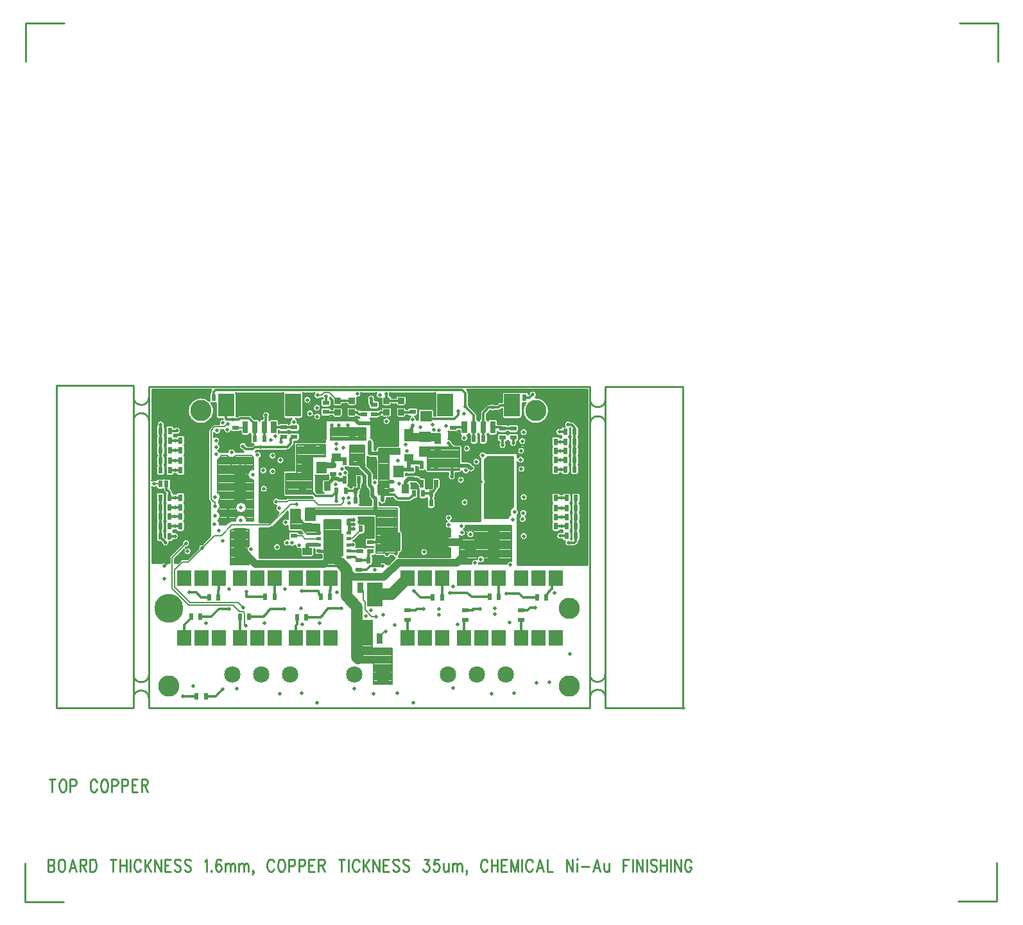
<source format=gbr>
*
*
G04 PADS Layout (Build Number 2007.21.1) generated Gerber (RS-274-X) file*
G04 PC Version=2.1*
*
%IN "2FOC-001.pcb"*%
*
%MOIN*%
*
%FSLAX35Y35*%
*
*
*
*
G04 PC Standard Apertures*
*
*
G04 Thermal Relief Aperture macro.*
%AMTER*
1,1,$1,0,0*
1,0,$1-$2,0,0*
21,0,$3,$4,0,0,45*
21,0,$3,$4,0,0,135*
%
*
*
G04 Annular Aperture macro.*
%AMANN*
1,1,$1,0,0*
1,0,$2,0,0*
%
*
*
G04 Odd Aperture macro.*
%AMODD*
1,1,$1,0,0*
1,0,$1-0.005,0,0*
%
*
*
G04 PC Custom Aperture Macros*
*
*
*
*
*
*
G04 PC Aperture Table*
*
%ADD010C,0.01*%
%ADD012C,0.03*%
%ADD015C,0.008*%
%ADD016R,0.035X0.024*%
%ADD019R,0.024X0.035*%
%ADD021R,0.032X0.032*%
%ADD024R,0.06X0.17323*%
%ADD026R,0.052X0.06*%
%ADD027R,0.06X0.052*%
%ADD028R,0.075X0.084*%
%ADD029C,0.085*%
%ADD032C,0.02*%
%ADD048R,0.16X0.076*%
%ADD049C,0.11*%
%ADD070C,0.001*%
%ADD071C,0.15*%
%ADD072R,0.02756X0.02756*%
%ADD073R,0.08268X0.08268*%
%ADD074R,0.03583X0.03583*%
%ADD075R,0.02087X0.02087*%
%ADD076R,0.01575X0.01575*%
%ADD077R,0.10236X0.10236*%
%ADD078R,0.09449X0.09449*%
%ADD079R,0.07992X0.07992*%
%ADD080R,0.02992X0.02992*%
%ADD081R,0.04X0.04*%
%ADD082C,0.01181*%
%ADD083C,0.00787*%
%ADD084C,0.05906*%
%ADD085C,0.03937*%
%ADD086C,0.01575*%
%ADD087C,0.01969*%
*
*
*
*
G04 PC Circuitry*
G04 Layer Name 2FOC-001.pcb - circuitry*
%LPD*%
*
*
G04 PC Custom Flashes*
G04 Layer Name 2FOC-001.pcb - flashes*
%LPD*%
*
*
G04 PC Circuitry*
G04 Layer Name 2FOC-001.pcb - circuitry*
%LPD*%
*
G54D10*
G01X174783Y420257D02*
Y413694D01*
X173193Y420257D02*
X176374D01*
X179783D02*
X179329Y419944D01*
X178874Y419319*
X178647Y418694*
X178420Y417757*
Y416194*
X178647Y415257*
X178874Y414632*
X179329Y414007*
X179783Y413694*
X180693*
X181147Y414007*
X181602Y414632*
X181829Y415257*
X182056Y416194*
Y417757*
X181829Y418694*
X181602Y419319*
X181147Y419944*
X180693Y420257*
X179783*
X184102D02*
Y413694D01*
Y420257D02*
X186147D01*
X186829Y419944*
X187056Y419632*
X187283Y419007*
Y418069*
X187056Y417444*
X186829Y417132*
X186147Y416819*
X184102*
X197965Y418694D02*
X197738Y419319D01*
X197283Y419944*
X196829Y420257*
X195920*
X195465Y419944*
X195011Y419319*
X194783Y418694*
X194556Y417757*
Y416194*
X194783Y415257*
X195011Y414632*
X195465Y414007*
X195920Y413694*
X196829*
X197283Y414007*
X197738Y414632*
X197965Y415257*
X201374Y420257D02*
X200920Y419944D01*
X200465Y419319*
X200238Y418694*
X200011Y417757*
Y416194*
X200238Y415257*
X200465Y414632*
X200920Y414007*
X201374Y413694*
X202283*
X202738Y414007*
X203193Y414632*
X203420Y415257*
X203647Y416194*
Y417757*
X203420Y418694*
X203193Y419319*
X202738Y419944*
X202283Y420257*
X201374*
X205693D02*
Y413694D01*
Y420257D02*
X207738D01*
X208420Y419944*
X208647Y419632*
X208874Y419007*
Y418069*
X208647Y417444*
X208420Y417132*
X207738Y416819*
X205693*
X210920Y420257D02*
Y413694D01*
Y420257D02*
X212965D01*
X213647Y419944*
X213874Y419632*
X214102Y419007*
Y418069*
X213874Y417444*
X213647Y417132*
X212965Y416819*
X210920*
X216147Y420257D02*
Y413694D01*
Y420257D02*
X219102D01*
X216147Y417132D02*
X217965D01*
X216147Y413694D02*
X219102D01*
X221147Y420257D02*
Y413694D01*
Y420257D02*
X223193D01*
X223874Y419944*
X224102Y419632*
X224329Y419007*
Y418382*
X224102Y417757*
X223874Y417444*
X223193Y417132*
X221147*
X222738D02*
X224329Y413694D01*
X172602Y378722D02*
Y372159D01*
Y378722D02*
X174647D01*
X175329Y378409*
X175557Y378097*
X175784Y377472*
Y376847*
X175557Y376222*
X175329Y375909*
X174647Y375597*
X172602D02*
X174647D01*
X175329Y375284*
X175557Y374972*
X175784Y374347*
Y373409*
X175557Y372784*
X175329Y372472*
X174647Y372159*
X172602*
X179193Y378722D02*
X178738Y378409D01*
X178284Y377784*
X178057Y377159*
X177829Y376222*
Y374659*
X178057Y373722*
X178284Y373097*
X178738Y372472*
X179193Y372159*
X180102*
X180557Y372472*
X181011Y373097*
X181238Y373722*
X181466Y374659*
Y376222*
X181238Y377159*
X181011Y377784*
X180557Y378409*
X180102Y378722*
X179193*
X185329D02*
X183511Y372159D01*
X185329Y378722D02*
X187147Y372159D01*
X184193Y374347D02*
X186466D01*
X189193Y378722D02*
Y372159D01*
Y378722D02*
X191238D01*
X191920Y378409*
X192147Y378097*
X192375Y377472*
Y376847*
X192147Y376222*
X191920Y375909*
X191238Y375597*
X189193*
X190784D02*
X192375Y372159D01*
X194420Y378722D02*
Y372159D01*
Y378722D02*
X196011D01*
X196693Y378409*
X197147Y377784*
X197375Y377159*
X197602Y376222*
Y374659*
X197375Y373722*
X197147Y373097*
X196693Y372472*
X196011Y372159*
X194420*
X206466Y378722D02*
Y372159D01*
X204875Y378722D02*
X208057D01*
X210102D02*
Y372159D01*
X213284Y378722D02*
Y372159D01*
X210102Y375597D02*
X213284D01*
X215329Y378722D02*
Y372159D01*
X220784Y377159D02*
X220557Y377784D01*
X220102Y378409*
X219647Y378722*
X218738*
X218284Y378409*
X217829Y377784*
X217602Y377159*
X217375Y376222*
Y374659*
X217602Y373722*
X217829Y373097*
X218284Y372472*
X218738Y372159*
X219647*
X220102Y372472*
X220557Y373097*
X220784Y373722*
X222829Y378722D02*
Y372159D01*
X226011Y378722D02*
X222829Y374347D01*
X223966Y375909D02*
X226011Y372159D01*
X228057Y378722D02*
Y372159D01*
Y378722D02*
X231238Y372159D01*
Y378722D02*
Y372159D01*
X233284Y378722D02*
Y372159D01*
Y378722D02*
X236238D01*
X233284Y375597D02*
X235102D01*
X233284Y372159D02*
X236238D01*
X241466Y377784D02*
X241011Y378409D01*
X240329Y378722*
X239420*
X238738Y378409*
X238284Y377784*
Y377159*
X238511Y376534*
X238738Y376222*
X239193Y375909*
X240557Y375284*
X241011Y374972*
X241238Y374659*
X241466Y374034*
Y373097*
X241011Y372472*
X240329Y372159*
X239420*
X238738Y372472*
X238284Y373097*
X246693Y377784D02*
X246238Y378409D01*
X245557Y378722*
X244647*
X243966Y378409*
X243511Y377784*
Y377159*
X243738Y376534*
X243966Y376222*
X244420Y375909*
X245784Y375284*
X246238Y374972*
X246466Y374659*
X246693Y374034*
Y373097*
X246238Y372472*
X245557Y372159*
X244647*
X243966Y372472*
X243511Y373097*
X253966Y377472D02*
X254420Y377784D01*
X255102Y378722*
Y372159*
X257375Y372784D02*
X257147Y372472D01*
X257375Y372159*
X257602Y372472*
X257375Y372784*
X262375Y377784D02*
X262147Y378409D01*
X261466Y378722*
X261011*
X260329Y378409*
X259875Y377472*
X259647Y375909*
Y374347*
X259875Y373097*
X260329Y372472*
X261011Y372159*
X261238*
X261920Y372472*
X262375Y373097*
X262602Y374034*
Y374347*
X262375Y375284*
X261920Y375909*
X261238Y376222*
X261011*
X260329Y375909*
X259875Y375284*
X259647Y374347*
X264647Y376534D02*
Y372159D01*
Y375284D02*
X265329Y376222D01*
X265784Y376534*
X266466*
X266920Y376222*
X267147Y375284*
Y372159*
Y375284D02*
X267829Y376222D01*
X268284Y376534*
X268966*
X269420Y376222*
X269647Y375284*
Y372159*
X271693Y376534D02*
Y372159D01*
Y375284D02*
X272375Y376222D01*
X272829Y376534*
X273511*
X273966Y376222*
X274193Y375284*
Y372159*
Y375284D02*
X274875Y376222D01*
X275329Y376534*
X276011*
X276466Y376222*
X276693Y375284*
Y372159*
X279193Y372472D02*
X278966Y372159D01*
X278738Y372472*
X278966Y372784*
X279193Y372472*
Y371847*
X278966Y371222*
X278738Y370909*
X289875Y377159D02*
X289647Y377784D01*
X289193Y378409*
X288738Y378722*
X287829*
X287375Y378409*
X286920Y377784*
X286693Y377159*
X286466Y376222*
Y374659*
X286693Y373722*
X286920Y373097*
X287375Y372472*
X287829Y372159*
X288738*
X289193Y372472*
X289647Y373097*
X289875Y373722*
X293284Y378722D02*
X292829Y378409D01*
X292375Y377784*
X292147Y377159*
X291920Y376222*
Y374659*
X292147Y373722*
X292375Y373097*
X292829Y372472*
X293284Y372159*
X294193*
X294647Y372472*
X295102Y373097*
X295329Y373722*
X295557Y374659*
Y376222*
X295329Y377159*
X295102Y377784*
X294647Y378409*
X294193Y378722*
X293284*
X297602D02*
Y372159D01*
Y378722D02*
X299647D01*
X300329Y378409*
X300557Y378097*
X300784Y377472*
Y376534*
X300557Y375909*
X300329Y375597*
X299647Y375284*
X297602*
X302829Y378722D02*
Y372159D01*
Y378722D02*
X304875D01*
X305557Y378409*
X305784Y378097*
X306011Y377472*
Y376534*
X305784Y375909*
X305557Y375597*
X304875Y375284*
X302829*
X308057Y378722D02*
Y372159D01*
Y378722D02*
X311011D01*
X308057Y375597D02*
X309875D01*
X308057Y372159D02*
X311011D01*
X313057Y378722D02*
Y372159D01*
Y378722D02*
X315102D01*
X315784Y378409*
X316011Y378097*
X316238Y377472*
Y376847*
X316011Y376222*
X315784Y375909*
X315102Y375597*
X313057*
X314647D02*
X316238Y372159D01*
X325102Y378722D02*
Y372159D01*
X323511Y378722D02*
X326693D01*
X328738D02*
Y372159D01*
X334193Y377159D02*
X333966Y377784D01*
X333511Y378409*
X333057Y378722*
X332147*
X331693Y378409*
X331238Y377784*
X331011Y377159*
X330784Y376222*
Y374659*
X331011Y373722*
X331238Y373097*
X331693Y372472*
X332147Y372159*
X333057*
X333511Y372472*
X333966Y373097*
X334193Y373722*
X336238Y378722D02*
Y372159D01*
X339420Y378722D02*
X336238Y374347D01*
X337375Y375909D02*
X339420Y372159D01*
X341466Y378722D02*
Y372159D01*
Y378722D02*
X344647Y372159D01*
Y378722D02*
Y372159D01*
X346693Y378722D02*
Y372159D01*
Y378722D02*
X349647D01*
X346693Y375597D02*
X348511D01*
X346693Y372159D02*
X349647D01*
X354875Y377784D02*
X354420Y378409D01*
X353738Y378722*
X352829*
X352147Y378409*
X351693Y377784*
Y377159*
X351920Y376534*
X352147Y376222*
X352602Y375909*
X353966Y375284*
X354420Y374972*
X354647Y374659*
X354875Y374034*
Y373097*
X354420Y372472*
X353738Y372159*
X352829*
X352147Y372472*
X351693Y373097*
X360102Y377784D02*
X359647Y378409D01*
X358966Y378722*
X358057*
X357375Y378409*
X356920Y377784*
Y377159*
X357147Y376534*
X357375Y376222*
X357829Y375909*
X359193Y375284*
X359647Y374972*
X359875Y374659*
X360102Y374034*
Y373097*
X359647Y372472*
X358966Y372159*
X358057*
X357375Y372472*
X356920Y373097*
X367829Y378722D02*
X370329D01*
X368966Y376222*
X369647*
X370102Y375909*
X370329Y375597*
X370557Y374659*
Y374034*
X370329Y373097*
X369875Y372472*
X369193Y372159*
X368511*
X367829Y372472*
X367602Y372784*
X367375Y373409*
X375557Y378722D02*
X373284D01*
X373057Y375909*
X373284Y376222*
X373966Y376534*
X374647*
X375329Y376222*
X375784Y375597*
X376011Y374659*
X375784Y374034*
X375557Y373097*
X375102Y372472*
X374420Y372159*
X373738*
X373057Y372472*
X372829Y372784*
X372602Y373409*
X378057Y376534D02*
Y373409D01*
X378284Y372472*
X378738Y372159*
X379420*
X379875Y372472*
X380557Y373409*
Y376534D02*
Y372159D01*
X382602Y376534D02*
Y372159D01*
Y375284D02*
X383284Y376222D01*
X383738Y376534*
X384420*
X384875Y376222*
X385102Y375284*
Y372159*
Y375284D02*
X385784Y376222D01*
X386238Y376534*
X386920*
X387375Y376222*
X387602Y375284*
Y372159*
X390102Y372472D02*
X389875Y372159D01*
X389647Y372472*
X389875Y372784*
X390102Y372472*
Y371847*
X389875Y371222*
X389647Y370909*
X400784Y377159D02*
X400557Y377784D01*
X400102Y378409*
X399647Y378722*
X398738*
X398284Y378409*
X397829Y377784*
X397602Y377159*
X397375Y376222*
Y374659*
X397602Y373722*
X397829Y373097*
X398284Y372472*
X398738Y372159*
X399647*
X400102Y372472*
X400557Y373097*
X400784Y373722*
X402829Y378722D02*
Y372159D01*
X406011Y378722D02*
Y372159D01*
X402829Y375597D02*
X406011D01*
X408057Y378722D02*
Y372159D01*
Y378722D02*
X411011D01*
X408057Y375597D02*
X409875D01*
X408057Y372159D02*
X411011D01*
X413057Y378722D02*
Y372159D01*
Y378722D02*
X414875Y372159D01*
X416693Y378722D02*
X414875Y372159D01*
X416693Y378722D02*
Y372159D01*
X418738Y378722D02*
Y372159D01*
X424193Y377159D02*
X423966Y377784D01*
X423511Y378409*
X423057Y378722*
X422147*
X421693Y378409*
X421238Y377784*
X421011Y377159*
X420784Y376222*
Y374659*
X421011Y373722*
X421238Y373097*
X421693Y372472*
X422147Y372159*
X423057*
X423511Y372472*
X423966Y373097*
X424193Y373722*
X428057Y378722D02*
X426238Y372159D01*
X428057Y378722D02*
X429875Y372159D01*
X426920Y374347D02*
X429193D01*
X431920Y378722D02*
Y372159D01*
X434647*
X441920Y378722D02*
Y372159D01*
Y378722D02*
X445102Y372159D01*
Y378722D02*
Y372159D01*
X447147Y378722D02*
X447375Y378409D01*
X447602Y378722*
X447375Y379034*
X447147Y378722*
X447375Y376534D02*
Y372159D01*
X449647Y374972D02*
X453738D01*
X457602Y378722D02*
X455784Y372159D01*
X457602Y378722D02*
X459420Y372159D01*
X456466Y374347D02*
X458738D01*
X461466Y376534D02*
Y373409D01*
X461693Y372472*
X462147Y372159*
X462829*
X463284Y372472*
X463966Y373409*
Y376534D02*
Y372159D01*
X471238Y378722D02*
Y372159D01*
Y378722D02*
X474193D01*
X471238Y375597D02*
X473057D01*
X476238Y378722D02*
Y372159D01*
X478284Y378722D02*
Y372159D01*
Y378722D02*
X481466Y372159D01*
Y378722D02*
Y372159D01*
X483511Y378722D02*
Y372159D01*
X488738Y377784D02*
X488284Y378409D01*
X487602Y378722*
X486693*
X486011Y378409*
X485557Y377784*
Y377159*
X485784Y376534*
X486011Y376222*
X486466Y375909*
X487829Y375284*
X488284Y374972*
X488511Y374659*
X488738Y374034*
Y373097*
X488284Y372472*
X487602Y372159*
X486693*
X486011Y372472*
X485557Y373097*
X490784Y378722D02*
Y372159D01*
X493966Y378722D02*
Y372159D01*
X490784Y375597D02*
X493966D01*
X496011Y378722D02*
Y372159D01*
X498057Y378722D02*
Y372159D01*
Y378722D02*
X501238Y372159D01*
Y378722D02*
Y372159D01*
X506693Y377159D02*
X506466Y377784D01*
X506011Y378409*
X505557Y378722*
X504647*
X504193Y378409*
X503738Y377784*
X503511Y377159*
X503284Y376222*
Y374659*
X503511Y373722*
X503738Y373097*
X504193Y372472*
X504647Y372159*
X505557*
X506011Y372472*
X506466Y373097*
X506693Y373722*
Y374659*
X505557D02*
X506693D01*
X421724Y546372D02*
G75*
G03X421724I-2075J0D01*
G01Y566647D02*
G03X421724I-2075J0D01*
G01X420346Y590663D02*
G03X420346I-2075J0D01*
G01X421724Y600309D02*
G03X421724I-2075J0D01*
G01X391015Y563891D02*
G03X391015I-2074J0D01*
G01X389047Y575506D02*
G03X389047I-2075J0D01*
G01X369952Y538104D02*
G03X369952I-2074J0D01*
G01X392196Y591844D02*
G03X392196I-2074J0D01*
G01X309322Y617041D02*
G03X309322I-2074J0D01*
G01X293574Y540663D02*
G03X293574I-2074J0D01*
G01X291212Y580033D02*
G03X291212I-2075J0D01*
G01X295346Y585742D02*
G03X295346I-2075J0D01*
G01X291212Y588104D02*
G03X291212I-2075J0D01*
G01X286685Y570978D02*
G03X286685I-2075J0D01*
G01X452614Y531517D02*
Y622446D01*
X389850*
X390523Y621773*
X391015Y620584D02*
G03X390523Y621773I-1681J0D01*
G01X391015Y620584D02*
Y614714D01*
X391383Y613827D02*
G03X391015Y614714I-2049J-329D01*
G01X391383Y613827D02*
X394889Y610320D01*
X395382Y609131D02*
G03X394889Y610320I-1682J0D01*
G01X395382Y609131D02*
Y607092D01*
X396161Y606176D02*
G03X395382Y607092I-1083J-131D01*
G01X396941D02*
G03X396161Y606176I303J-1047D01*
G01X396941Y607092D02*
Y610383D01*
X397433Y611572D02*
G03X396941Y610383I1189J-1189D01*
G01X397433Y611572D02*
X400153Y614293D01*
X401342Y614785D02*
G03X400153Y614293I0J-1681D01*
G01X401342Y614785D02*
X402291D01*
X404724D02*
G03X402291I-1217J-1681D01*
G01X404724D02*
X405567D01*
X406283Y615501*
X407472Y615994D02*
G03X406283Y615501I0J-1681D01*
G01X407472Y615994D02*
X408358D01*
Y620218*
X409448Y621309D02*
G03X408358Y620218I0J-1091D01*
G01X409448Y621309D02*
X417716D01*
X418340Y621112D02*
G03X417716Y621309I-624J-894D01*
G01X418365Y621104D02*
G03X418340Y621112I-375J-1024D01*
G01X418740Y621170D02*
G03X418365Y621104I-0J-1090D01*
G01X418740Y621170D02*
X421140D01*
X422230Y620080D02*
G03X421140Y621170I-1090J-0D01*
G01X422230Y620080D02*
Y620031D01*
X422325Y620126*
X425687Y618190D02*
G03X422325Y620126I-1313J1607D01*
G01X420519Y615489D02*
G03X425687Y618190I5429J-4094D01*
G01X420519Y615489D02*
X418807D01*
Y608407*
X417716Y607317D02*
G03X418807Y608407I0J1090D01*
G01X417716Y607317D02*
X409448D01*
X408358Y608407D02*
G03X409448Y607317I1090J0D01*
G01X408358Y608407D02*
Y612631D01*
X408168*
X407452Y611915*
X406263Y611423D02*
G03X407452Y611915I0J1681D01*
G01X406263Y611423D02*
X404724D01*
X402291D02*
G03X404724I1216J1681D01*
G01X402291D02*
X402038D01*
X400303Y609687*
Y607092*
X401082Y606176D02*
G03X400303Y607092I-1082J-131D01*
G01X402165Y607135D02*
G03X401082Y606176I-0J-1090D01*
G01X402165Y607135D02*
X404921D01*
X406011Y606045D02*
G03X404921Y607135I-1090J-0D01*
G01X406011Y606045D02*
Y604576D01*
X406625*
X406876Y604606D02*
G03X406625Y604576I-0J-1091D01*
G01X406876Y604606D02*
X410376D01*
X411354Y603996D02*
G03X410376Y604606I-978J-481D01*
G01X411354Y603996D02*
X411409D01*
X412387Y604606D02*
G03X411409Y603996I0J-1091D01*
G01X412387Y604606D02*
X415887D01*
X416978Y603515D02*
G03X415887Y604606I-1091J-0D01*
G01X416978Y603515D02*
Y601115D01*
X415887Y600024D02*
G03X416978Y601115I0J1091D01*
G01X415887Y600024D02*
X412387D01*
X411409Y600634D02*
G03X412387Y600024I978J481D01*
G01X411409Y600634D02*
X411354D01*
X410376Y600024D02*
G03X411354Y600634I-0J1091D01*
G01X410376Y600024D02*
X406876D01*
X406011Y600450D02*
G03X406876Y600024I865J665D01*
G01X406011Y600450D02*
Y599746D01*
X404921Y598655D02*
G03X406011Y599746I-0J1091D01*
G01X404921Y598655D02*
X402165D01*
X401082Y599615D02*
G03X402165Y598655I1083J131D01*
G01X400793Y598998D02*
G03X401082Y599615I-793J748D01*
G01X400852Y598645D02*
G03X400793Y598998I-1091J0D01*
G01X400852Y598645D02*
Y595145D01*
X399761Y594055D02*
G03X400852Y595145I0J1090D01*
G01X399761Y594055D02*
X397361D01*
X396270Y595145D02*
G03X397361Y594055I1091J0D01*
G01X396270Y595145D02*
Y598645D01*
X396368Y599096D02*
G03X396270Y598645I993J-451D01*
G01X396161Y599615D02*
G03X396368Y599096I1083J131D01*
G01X395954D02*
G03X396161Y599615I-876J650D01*
G01X396052Y598645D02*
G03X395954Y599096I-1091J0D01*
G01X396052Y598645D02*
Y595145D01*
X394961Y594055D02*
G03X396052Y595145I0J1090D01*
G01X394961Y594055D02*
X392561D01*
X391470Y595145D02*
G03X392561Y594055I1091J0D01*
G01X391470Y595145D02*
Y598645D01*
X391529Y598998D02*
G03X391470Y598645I1032J-353D01*
G01X391240Y599615D02*
G03X391529Y598998I1082J131D01*
G01X390348Y598672D02*
G03X391240Y599615I-191J1074D01*
G01X387150Y598684D02*
G03X390348Y598672I1594J-1328D01*
G01X386311Y599746D02*
G03X387150Y598684I1090J-0D01*
G01X386311Y599746D02*
Y601214D01*
X385835*
X384785Y600418D02*
G03X385835Y601214I0J1091D01*
G01X384785Y600418D02*
X381285D01*
X380492Y600760D02*
G03X381285Y600418I793J749D01*
G01X380492Y600760D02*
Y596675D01*
X382428Y595304D02*
G03X380492Y596675I-1952J-704D01*
G01X382428Y595304D02*
X383379Y594353D01*
X383702Y593919D02*
G03X383379Y594353I-1651J-894D01*
G01X383702Y593919D02*
X386178D01*
X387669Y592428D02*
G03X386178Y593919I-1491J0D01*
G01X387669Y592428D02*
Y585061D01*
X390712*
X392179Y584453D02*
G03X390712Y585061I-1467J-1467D01*
G01X392179Y584453D02*
X393020Y583612D01*
X392484Y579533D02*
G03X393020Y583612I-0J2075D01*
G01X392484Y579533D02*
X392090D01*
X391449Y579635D02*
G03X392090Y579533I641J1973D01*
G01X387510Y579959D02*
G03X391449Y579635I2021J468D01*
G01X386178Y579139D02*
G03X387510Y579959I0J1491D01*
G01X386178Y579139D02*
X384126D01*
Y578858*
Y578159*
X380370D02*
G03X384126I1878J-882D01*
G01X380370D02*
Y578858D01*
Y579139*
X369781*
X368320Y580339D02*
G03X369781Y579139I1461J291D01*
G01X367685Y580135D02*
G03X368320Y580339I-0J1091D01*
G01X367685Y580135D02*
X365598D01*
X364507Y581226D02*
G03X365598Y580135I1091J-0D01*
G01X364507Y581226D02*
Y582380D01*
X363677*
X363722Y582070D02*
G03X363677Y582380I-1091J0D01*
G01X363722Y582070D02*
Y579670D01*
X362631Y578580D02*
G03X363722Y579670I0J1090D01*
G01X362631Y578580D02*
X359131D01*
X358502Y578780D02*
G03X359131Y578580I629J890D01*
G01X358502Y578780D02*
X358372D01*
Y578053*
X359131Y578361D02*
G03X358372Y578053I0J-1091D01*
G01X359131Y578361D02*
X362631D01*
X363383Y578061D02*
G03X362631Y578361I-752J-791D01*
G01X363383Y578061D02*
X364319D01*
X365797Y577448D02*
G03X364319Y578061I-1478J-1478D01*
G01X365797Y577448D02*
X366440Y576805D01*
X367685*
X368775Y575714D02*
G03X367685Y576805I-1090J0D01*
G01X368775Y575714D02*
Y571580D01*
X368733Y571281D02*
G03X368775Y571580I-1048J299D01*
G01X369381Y570836D02*
G03X368733Y571281I-900J-616D01*
G01X370281Y571311D02*
G03X369381Y570836I0J-1091D01*
G01X370281Y571311D02*
X371945D01*
X372008Y571374*
X371988Y571580D02*
G03X372008Y571374I1090J0D01*
G01X371988Y571580D02*
Y575714D01*
X373078Y576805D02*
G03X371988Y575714I0J-1091D01*
G01X373078Y576805D02*
X375165D01*
X376256Y575714D02*
G03X375165Y576805I-1091J0D01*
G01X376256Y575714D02*
Y571580D01*
X375455Y570529D02*
G03X376256Y571580I-290J1051D01*
G01X374981Y569592D02*
G03X375455Y570529I-1188J1189D01*
G01X374981Y569592D02*
X373772Y568383D01*
Y566720*
X373473Y565970D02*
G03X373772Y566720I-792J750D01*
G01Y565220D02*
G03X373473Y565970I-1091J0D01*
G01X373772Y565220D02*
Y561720D01*
X372681Y560630D02*
G03X373772Y561720I0J1090D01*
G01X372681Y560630D02*
X370281D01*
X369191Y561720D02*
G03X370281Y560630I1090J0D01*
G01X369191Y561720D02*
Y565220D01*
X369490Y565970D02*
G03X369191Y565220I791J-750D01*
G01X369381Y566104D02*
G03X369490Y565970I900J616D01*
G01X368481Y565630D02*
G03X369381Y566104I0J1090D01*
G01X368481Y565630D02*
X366081D01*
X364991Y566720D02*
G03X366081Y565630I1090J0D01*
G01X364991Y566720D02*
Y570220D01*
X365069Y570626D02*
G03X364991Y570220I1012J-406D01*
G01X364507Y571580D02*
G03X365069Y570626I1091J0D01*
G01X364507Y571580D02*
Y572825D01*
X363453Y573880*
X363088*
X362631Y573780D02*
G03X363088Y573880I0J1090D01*
G01X362631Y573780D02*
X361058D01*
X361137Y573372D02*
G03X361058Y573780I-1090J-0D01*
G01X361137Y573372D02*
Y571301D01*
X361281Y571311D02*
G03X361137Y571301I0J-1091D01*
G01X361281Y571311D02*
X363681D01*
X364772Y570220D02*
G03X363681Y571311I-1091J0D01*
G01X364772Y570220D02*
Y566720D01*
X363681Y565630D02*
G03X364772Y566720I0J1090D01*
G01X363681Y565630D02*
X362568D01*
X361610Y564671*
X360421Y564179D02*
G03X361610Y564671I0J1681D01*
G01X360421Y564179D02*
X354295D01*
X353106Y564671D02*
G03X354295Y564179I1189J1189D01*
G01X353106Y564671D02*
X351624Y566154D01*
X348299*
Y564876*
X344559Y563638D02*
G03X348299Y564876I1665J1238D01*
G01X344559Y563638D02*
Y562423D01*
X354092*
X355582Y560932D02*
G03X354092Y562423I-1490J0D01*
G01X355582Y560932D02*
Y549229D01*
X356567Y548143D02*
G03X355582Y549229I-1091J0D01*
G01X356567Y548143D02*
Y538694D01*
X355578Y537609D02*
G03X356567Y538694I-102J1085D01*
G01X355380Y536966D02*
G03X355578Y537609I-1288J751D01*
G01X354776Y535651D02*
G03X355380Y536966I-1465J1469D01*
G01X354776Y535651D02*
X381157D01*
Y540131*
X380094*
X379004Y541222D02*
G03X380094Y540131I1090J0D01*
G01X379004Y541222D02*
Y545222D01*
X380094Y546313D02*
G03X379004Y545222I0J-1091D01*
G01X380094Y546313D02*
X381157D01*
Y550260*
X379593Y554049D02*
G03X381157Y550260I1080J-1772D01*
G01X381910Y554155D02*
G03X379593Y554049I-1237J1665D01*
G01X381910Y554155D02*
X396908D01*
X397077Y584544*
X397081Y585342D02*
G03X397077Y584544I-2038J-388D01*
G01X397081Y585342D02*
X397088Y586544D01*
X399820Y589588D02*
G03X397088Y586545I-1627J-1287D01*
G01X399820Y589588D02*
X413941D01*
X413951D02*
G03X413941I-10J-2468D01*
G01X413951D02*
X416409D01*
Y587176*
Y584701D02*
G03Y587176I1665J1238D01*
G01Y584701D02*
Y581470D01*
Y580959D02*
G03Y581470I2059J255D01*
G01Y580959D02*
Y560400D01*
Y557146D02*
G03Y560400I-1287J1627D01*
G01Y557146D02*
Y556017D01*
Y556007D02*
G03Y556017I-2468J10D01*
G01Y556007D02*
Y531517D01*
X452614*
X373616Y620675D02*
G03X373515Y620218I990J-457D01*
G01X373616Y620675D02*
X350210D01*
X350101Y619377D02*
G03X350210Y620675I-1908J814D01*
G01X351057Y618376D02*
G03X350101Y619377I-1087J-82D01*
G01X351057Y618376D02*
X353182D01*
X354270Y619385D02*
G03X353182Y618376I-0J-1091D01*
G01X354270Y619385D02*
X357470D01*
X358560Y618294D02*
G03X357470Y619385I-1090J0D01*
G01X358560Y618294D02*
Y615094D01*
X357470Y614004D02*
G03X358560Y615094I-0J1090D01*
G01X357470Y614004D02*
X354270D01*
X353182Y615013D02*
G03X354270Y614004I1088J81D01*
G01X353182Y615013D02*
X351057D01*
X349970Y614004D02*
G03X351057Y615013I-0J1090D01*
G01X349970Y614004D02*
X346770D01*
X345679Y615094D02*
G03X346770Y614004I1091J0D01*
G01X345679Y615094D02*
Y617700D01*
X343071Y620675D02*
G03X345679Y617700I1775J-1075D01*
G01X343071Y620675D02*
X335249D01*
X333060Y618123D02*
G03X335249Y620675I172J2068D01*
G01X333060Y618123D02*
Y615094D01*
X331970Y614004D02*
G03X333060Y615094I-0J1090D01*
G01X331970Y614004D02*
X328770D01*
X327682Y615013D02*
G03X328770Y614004I1088J81D01*
G01X327682Y615013D02*
X326943D01*
X326536Y614963D02*
G03X326943Y615013I0J1681D01*
G01X326536Y614963D02*
X325557D01*
X324470Y613954D02*
G03X325557Y614963I-0J1090D01*
G01X324470Y613954D02*
X321270D01*
X320179Y615044D02*
G03X321270Y613954I1091J0D01*
G01X320179Y615044D02*
Y617236D01*
X319104Y618312*
X318924Y617842D02*
G03X319104Y618312I-1834J971D01*
G01X319710Y616794D02*
G03X318924Y617842I-1090J0D01*
G01X319710Y616794D02*
Y614394D01*
X318620Y613304D02*
G03X319710Y614394I-0J1090D01*
G01X318620Y613304D02*
X315120D01*
X314029Y614394D02*
G03X315120Y613304I1091J0D01*
G01X314029Y614394D02*
Y616794D01*
X315120Y617885D02*
G03X314029Y616794I-0J-1091D01*
G01X315120Y617885D02*
X315189D01*
Y617983*
X315185Y617991D02*
G03X315189Y617983I1905J822D01*
G01X314728Y617919D02*
G03X315185Y617991I-0J1484D01*
G01X314728Y617919D02*
X314012D01*
X310923Y620675D02*
G03X314012Y617919I1640J-1272D01*
G01X310923Y620675D02*
X304970D01*
X305070Y620218D02*
G03X304970Y620675I-1090J0D01*
G01X305070Y620218D02*
Y608407D01*
X303980Y607317D02*
G03X305070Y608407I-0J1090D01*
G01X303980Y607317D02*
X301361D01*
X302165Y605086D02*
G03X301361Y607317I-2004J538D01*
G01X302165Y605086D02*
X302175D01*
X303265Y603995D02*
G03X302175Y605086I-1090J0D01*
G01X303265Y603995D02*
Y601595D01*
X302175Y600505D02*
G03X303265Y601595I-0J1090D01*
G01X302175Y600505D02*
X298675D01*
X297696Y601114D02*
G03X298675Y600505I979J481D01*
G01X297696Y601114D02*
X297654D01*
X296675Y600505D02*
G03X297654Y601114I-0J1090D01*
G01X296675Y600505D02*
X293175D01*
X292275Y600979D02*
G03X293175Y600505I900J616D01*
G01X292275Y600979D02*
Y599812D01*
X293175Y600286D02*
G03X292275Y599812I-0J-1091D01*
G01X293175Y600286D02*
X296675D01*
X297675Y599630D02*
G03X296675Y600286I-1000J-435D01*
G01X298675D02*
G03X297675Y599630I-0J-1091D01*
G01X298675Y600286D02*
X302175D01*
X303265Y599195D02*
G03X302175Y600286I-1090J0D01*
G01X303265Y599195D02*
Y596795D01*
X302175Y595705D02*
G03X303265Y596795I-0J1090D01*
G01X302175Y595705D02*
X300464D01*
Y594600*
Y594573D02*
G03Y594600I-1681J27D01*
G01X301742Y595297D02*
G03X300464Y594573I0J-1491D01*
G01X301742Y595297D02*
X316287D01*
Y607305*
X316787Y607805D02*
G03X316287Y607305I0J-500D01*
G01X316787Y607805D02*
X334202D01*
X334046Y608039D02*
G03X334202Y607805I979J481D01*
G01X334046Y608039D02*
X333822D01*
X332799Y608386D02*
G03X333822Y608039I1023J1334D01*
G01X331970Y608004D02*
G03X332799Y608386I-0J1090D01*
G01X331970Y608004D02*
X328770D01*
X327679Y609094D02*
G03X328770Y608004I1091J0D01*
G01X327679Y609094D02*
Y612294D01*
X328770Y613385D02*
G03X327679Y612294I-0J-1091D01*
G01X328770Y613385D02*
X331970D01*
X333057Y612376D02*
G03X331970Y613385I-1087J-82D01*
G01X333057Y612376D02*
X333232D01*
X334421Y611883D02*
G03X333232Y612376I-1189J-1189D01*
G01X334421Y611883D02*
X334455Y611849D01*
X335025Y612010D02*
G03X334455Y611849I0J-1090D01*
G01X335025Y612010D02*
X338525D01*
X339334Y611651D02*
G03X338525Y612010I-809J-731D01*
G01X340143D02*
G03X339334Y611651I0J-1090D01*
G01X340143Y612010D02*
X343643D01*
X344214Y611849D02*
G03X343643Y612010I-571J-929D01*
G01X344214Y611849D02*
X344248Y611883D01*
X345437Y612376D02*
G03X344248Y611883I-0J-1682D01*
G01X345437Y612376D02*
X345682D01*
X346770Y613385D02*
G03X345682Y612376I-0J-1091D01*
G01X346770Y613385D02*
X349970D01*
X351060Y612294D02*
G03X349970Y613385I-1090J0D01*
G01X351060Y612294D02*
Y609094D01*
X349970Y608004D02*
G03X351060Y609094I-0J1090D01*
G01X349970Y608004D02*
X348988D01*
X347791D02*
G03X348988I598J-1987D01*
G01X347791D02*
X346770D01*
X345913Y608420D02*
G03X346770Y608004I857J674D01*
G01X344846Y608039D02*
G03X345913Y608420I0J1681D01*
G01X344846Y608039D02*
X344622D01*
X343643Y607429D02*
G03X344622Y608039I0J1091D01*
G01X343643Y607429D02*
X340143D01*
X340122D02*
G03X340143I21J1091D01*
G01X340137Y607305D02*
G03X340122Y607429I-500J-0D01*
G01X340137Y607305D02*
Y597421D01*
X341803Y595387D02*
G03X340137Y597421I-2075J0D01*
G01X341803Y595387D02*
Y591245D01*
X342791*
Y591770*
X343182Y592606D02*
G03X342791Y591770I699J-836D01*
G01X344459Y593328D02*
G03X343182Y592606I-0J-1490D01*
G01X344459Y593328D02*
X354279D01*
Y606320*
X354779Y606820D02*
G03X354279Y606320I0J-500D01*
G01X354779Y606820D02*
X359897D01*
X360781Y608504D02*
G03X359897Y606820I1191J-1699D01*
G01X360781Y608504D02*
X360120D01*
X359197Y609013D02*
G03X360120Y608504I923J581D01*
G01X359197Y609013D02*
X358557D01*
X357470Y608004D02*
G03X358557Y609013I-0J1090D01*
G01X357470Y608004D02*
X354270D01*
X353179Y609094D02*
G03X354270Y608004I1091J0D01*
G01X353179Y609094D02*
Y612294D01*
X354270Y613385D02*
G03X353179Y612294I-0J-1091D01*
G01X354270Y613385D02*
X357470D01*
X358557Y612376D02*
G03X357470Y613385I-1087J-82D01*
G01X358557Y612376D02*
X359098D01*
X360120Y613085D02*
G03X359098Y612376I-0J-1091D01*
G01X360120Y613085D02*
X363620D01*
X364710Y611994D02*
G03X363620Y613085I-1090J0D01*
G01X364710Y611994D02*
Y609594D01*
X363620Y608504D02*
G03X364710Y609594I-0J1090D01*
G01X363620Y608504D02*
X363163D01*
X364047Y606820D02*
G03X363163Y608504I-2075J-15D01*
G01X364047Y606820D02*
X364771D01*
Y611313*
X365862Y612404D02*
G03X364771Y611313I-0J-1091D01*
G01X365862Y612404D02*
X371862D01*
X372952Y611313D02*
G03X371862Y612404I-1090J0D01*
G01X372952Y611313D02*
Y608880D01*
X373515*
Y620218*
X298961Y607317D02*
G03X298191Y604973I1200J-1693D01*
G01X298961Y607317D02*
X295712D01*
X294622Y608407D02*
G03X295712Y607317I1090J0D01*
G01X294622Y608407D02*
Y620218D01*
X294722Y620675D02*
G03X294622Y620218I990J-457D01*
G01X294722Y620675D02*
X270128D01*
X270228Y620218D02*
G03X270128Y620675I-1091J0D01*
G01X270228Y620218D02*
Y608486D01*
X270921*
X271216Y608781*
X272405Y609273D02*
G03X271216Y608781I0J-1681D01*
G01X272405Y609273D02*
X276933D01*
X278121Y608781D02*
G03X276933Y609273I-1188J-1189D01*
G01X278121Y608781D02*
X279767Y607135D01*
X281342*
X282425Y606176D02*
G03X281342Y607135I-1083J-131D01*
G01X283507D02*
G03X282425Y606176I0J-1090D01*
G01X283507Y607135D02*
X284110D01*
Y607951*
X287472D02*
G03X284110I-1681J1216D01*
G01X287472D02*
Y606568D01*
X288429Y607135D02*
G03X287472Y606568I-0J-1090D01*
G01X288429Y607135D02*
X291185D01*
X292275Y606045D02*
G03X291185Y607135I-1090J-0D01*
G01X292275Y606045D02*
Y604612D01*
X293175Y605086D02*
G03X292275Y604612I-0J-1091D01*
G01X293175Y605086D02*
X296675D01*
X297654Y604476D02*
G03X296675Y605086I-979J-481D01*
G01X297654Y604476D02*
X297696D01*
X298191Y604973D02*
G03X297696Y604476I484J-978D01*
G01X263322Y607305D02*
Y607317D01*
X260870*
X259779Y608407D02*
G03X260870Y607317I1091J0D01*
G01X259779Y608407D02*
Y615489D01*
X257519*
X257353Y615502D02*
G03X257519Y615489I166J1078D01*
G01X256432Y616494D02*
G03X257353Y615502I-4499J-5099D01*
G01X256429Y616580D02*
G03X256432Y616494I1090J-0D01*
G01X256429Y616580D02*
Y620080D01*
X257038Y621058D02*
G03X256429Y620080I481J-978D01*
G01X257038Y621058D02*
Y621372D01*
X257427Y622446D02*
G03X257038Y621372I1292J-1074D01*
G01X257427Y622446D02*
X226472D01*
Y575326*
X228675Y575263D02*
G03X226472Y575326I-1152J-1726D01*
G01X229763Y576288D02*
G03X228675Y575263I0J-1090D01*
G01X229763Y576288D02*
X232163D01*
X232538Y576222D02*
G03X232163Y576288I-375J-1024D01*
G01X232913D02*
G03X232538Y576222I0J-1090D01*
G01X232913Y576288D02*
X235313D01*
X236404Y575198D02*
G03X235313Y576288I-1091J-0D01*
G01X236404Y575198D02*
Y571698D01*
X236179Y571035D02*
G03X236404Y571698I-866J663D01*
G01X236230Y570986D02*
G03X236179Y571035I-1189J-1189D01*
G01X236230Y570986D02*
X236821Y570395D01*
X237313Y569206D02*
G03X236821Y570395I-1681J0D01*
G01X237313Y569206D02*
Y568982D01*
X237900Y568225D02*
G03X237313Y568982I-1068J-221D01*
G01X239009Y568276D02*
G03X237900Y568225I-462J-2022D01*
G01X240065Y569094D02*
G03X239009Y568276I-0J-1090D01*
G01X240065Y569094D02*
X242465D01*
X243556Y568004D02*
G03X242465Y569094I-1091J-0D01*
G01X243556Y568004D02*
Y564504D01*
X243292Y563793D02*
G03X243556Y564504I-827J711D01*
G01Y563082D02*
G03X243292Y563793I-1091J0D01*
G01X243556Y563082D02*
Y559582D01*
X243367Y558970D02*
G03X243556Y559582I-902J612D01*
G01Y558358D02*
G03X243367Y558970I-1091J-0D01*
G01X243556Y558358D02*
Y554858D01*
X243196Y554049D02*
G03X243556Y554858I-731J809D01*
G01Y553240D02*
G03X243196Y554049I-1091J-0D01*
G01X243556Y553240D02*
Y549740D01*
X242465Y548649D02*
G03X243556Y549740I-0J1091D01*
G01X242465Y548649D02*
X240065D01*
X239009Y549467D02*
G03X240065Y548649I1056J273D01*
G01X237900Y549518D02*
G03X239009Y549467I647J1972D01*
G01X237563Y548931D02*
G03X237900Y549518I-731J809D01*
G01Y548343D02*
G03X237563Y548931I-1068J-221D01*
G01X237900Y544400D02*
G03Y548343I647J1972D01*
G01X236832Y543531D02*
G03X237900Y544400I-0J1091D01*
G01X236832Y543531D02*
X235638D01*
X231576Y542700D02*
G03X235638Y543531I2050J325D01*
G01X231576Y542700D02*
X230745Y543531D01*
X229632*
X228541Y544622D02*
G03X229632Y543531I1091J-0D01*
G01X228541Y544622D02*
Y548122D01*
X228901Y548931D02*
G03X228541Y548122I731J-809D01*
G01Y549740D02*
G03X228901Y548931I1091J-0D01*
G01X228541Y549740D02*
Y553240D01*
X228901Y554049D02*
G03X228541Y553240I731J-809D01*
G01Y554858D02*
G03X228901Y554049I1091J-0D01*
G01X228541Y554858D02*
Y558358D01*
X228729Y558970D02*
G03X228541Y558358I903J-612D01*
G01Y559582D02*
G03X228729Y558970I1091J0D01*
G01X228541Y559582D02*
Y563082D01*
X228805Y563793D02*
G03X228541Y563082I827J-711D01*
G01Y564504D02*
G03X228805Y563793I1091J-0D01*
G01X228541Y564504D02*
Y568004D01*
X229632Y569094D02*
G03X228541Y568004I-0J-1090D01*
G01X229632Y569094D02*
X232032D01*
X233122Y568004D02*
G03X232032Y569094I-1090J-0D01*
G01X233122Y568004D02*
Y564504D01*
X232859Y563793D02*
G03X233122Y564504I-827J711D01*
G01Y563082D02*
G03X232859Y563793I-1090J0D01*
G01X233122Y563082D02*
Y559582D01*
X232934Y558970D02*
G03X233122Y559582I-902J612D01*
G01Y558358D02*
G03X232934Y558970I-1090J-0D01*
G01X233122Y558358D02*
Y554858D01*
X232763Y554049D02*
G03X233122Y554858I-731J809D01*
G01Y553240D02*
G03X232763Y554049I-1090J-0D01*
G01X233122Y553240D02*
Y549740D01*
X232763Y548931D02*
G03X233122Y549740I-731J809D01*
G01Y548122D02*
G03X232763Y548931I-1090J-0D01*
G01X233122Y548122D02*
Y545909D01*
X233341Y545690*
Y548122*
X233701Y548931D02*
G03X233341Y548122I731J-809D01*
G01Y549740D02*
G03X233701Y548931I1091J-0D01*
G01X233341Y549740D02*
Y553240D01*
X233701Y554049D02*
G03X233341Y553240I731J-809D01*
G01Y554858D02*
G03X233701Y554049I1091J-0D01*
G01X233341Y554858D02*
Y558358D01*
X233529Y558970D02*
G03X233341Y558358I903J-612D01*
G01Y559582D02*
G03X233529Y558970I1091J0D01*
G01X233341Y559582D02*
Y563082D01*
X233605Y563793D02*
G03X233341Y563082I827J-711D01*
G01Y564504D02*
G03X233605Y563793I1091J-0D01*
G01X233341Y564504D02*
Y568004D01*
X233521Y568602D02*
G03X233341Y568004I911J-598D01*
G01X233515Y568608D02*
G03X233521Y568602I1189J1189D01*
G01X233515Y568608D02*
X232924Y569199D01*
X232432Y570387D02*
G03X232924Y569199I1681J0D01*
G01X232432Y570387D02*
Y570641D01*
X232163Y570607D02*
G03X232432Y570641I0J1091D01*
G01X232163Y570607D02*
X229763D01*
X228673Y571698D02*
G03X229763Y570607I1090J-0D01*
G01X228673Y571698D02*
Y571810D01*
X226472Y571748D02*
G03X228673Y571810I1051J1789D01*
G01X226472Y571748D02*
Y532698D01*
X231956*
X233720D02*
G03X231956I-882J-1878D01*
G01X233720D02*
X235488D01*
Y535348*
X235923Y536398D02*
G03X235488Y535348I1049J-1050D01*
G01X235923Y536398D02*
X242181Y542656D01*
X244280Y540557D02*
G03X242181Y542656I-24J2074D01*
G01X244280Y540557D02*
X244033Y540310D01*
X243230Y539507D02*
G03X244033Y540310I1813J-1009D01*
G01X243230Y539507D02*
X238456Y534733D01*
Y532698*
X239901*
X241237Y534035*
X242287Y534470D02*
G03X241237Y534035I0J-1484D01*
G01X242287Y534470D02*
X244822D01*
X250645Y540294*
X252696Y542344D02*
G03X250645Y540294I24J-2075D01*
G01X252696Y542344D02*
X256748Y546396D01*
Y564064*
X256198Y564613*
X255763Y565663D02*
G03X256198Y564613I1485J-0D01*
G01X255763Y565663D02*
Y578065D01*
Y601293*
X256198Y602342D02*
G03X255763Y601293I1050J-1049D01*
G01X256198Y602342D02*
X257970Y604114D01*
X259019Y604549D02*
G03X257970Y604114I0J-1484D01*
G01X259019Y604549D02*
X261390D01*
X263322Y607305D02*
G03X261390Y604549I28J-2075D01*
G01X279187Y594055D02*
G03X278894Y593820I895J-1424D01*
G01X279187Y594055D02*
X278825D01*
X277734Y595145D02*
G03X278825Y594055I1091J0D01*
G01X277734Y595145D02*
Y598645D01*
X277793Y598998D02*
G03X277734Y598645I1032J-353D01*
G01X277504Y599615D02*
G03X277793Y598998I1082J131D01*
G01X276421Y598655D02*
G03X277504Y599615I-0J1091D01*
G01X276421Y598655D02*
X273665D01*
X272574Y599746D02*
G03X273665Y598655I1091J-0D01*
G01X272574Y599746D02*
Y600748D01*
X271793Y600418D02*
G03X272574Y600748I-0J1091D01*
G01X271793Y600418D02*
X268293D01*
X267545Y600715D02*
G03X268293Y600418I748J794D01*
G01X263640Y601580D02*
G03X267545Y600715I2072J107D01*
G01X263640Y601580D02*
X262415D01*
X258732Y599859D02*
G03X262415Y601580I1665J1237D01*
G01X258732Y599859D02*
Y597753D01*
X261126Y594377D02*
G03X258732Y597753I-1319J1601D01*
G01X260797Y590714D02*
G03X261126Y594377I-793J1917D01*
G01X261256Y590376D02*
G03X260797Y590714I-1449J-1485D01*
G01X261256Y590376D02*
X265864D01*
X269891D02*
G03X265864I-2013J-500D01*
G01X269891D02*
X274055D01*
X273454Y590977*
X275832Y593354D02*
G03X273454Y590977I-2049J-329D01*
G01X275832Y593354D02*
X276054Y593132D01*
X278205*
X278894Y593820*
X341590Y545550D02*
Y556108D01*
X333828*
X333871Y553655D02*
G03X333828Y556108I-2608J1181D01*
G01X334085Y552952D02*
G03X333871Y553655I-2822J-478D01*
G01X334085Y552952D02*
X336166D01*
X337256Y551862D02*
G03X336166Y552952I-1090J-0D01*
G01X337256Y551862D02*
Y548362D01*
X336166Y547271D02*
G03X337256Y548362I-0J1091D01*
G01X336166Y547271D02*
X334656D01*
X331526Y544141*
X331197Y543893D02*
G03X331526Y544141I-721J1298D01*
G01X332615Y540723D02*
G03X331197Y543893I-1745J1121D01*
G01X332860Y540750D02*
G03X332615Y540723I-0J-1090D01*
G01X332860Y540750D02*
X336360D01*
X337267Y540265D02*
G03X336360Y540750I-907J-605D01*
G01X338175D02*
G03X337267Y540265I-0J-1090D01*
G01X338175Y540750D02*
X341590D01*
Y540969*
X338175*
X337084Y542060D02*
G03X338175Y540969I1091J-0D01*
G01X337084Y542060D02*
Y544460D01*
X338175Y545550D02*
G03X337084Y544460I-0J-1090D01*
G01X338175Y545550D02*
X341590D01*
X340409Y562423D02*
Y565000D01*
X339639Y565771*
X339031Y567238D02*
G03X339639Y565771I2075J-0D01*
G01X339031Y567238D02*
Y569994D01*
Y570315*
X338064Y571282*
X337456Y572750D02*
G03X338064Y571282I2075J-0D01*
G01X337456Y572750D02*
Y577680D01*
X333363Y581773*
X329183*
X328152Y582187D02*
G03X329183Y581773I1031J1077D01*
G01X327586Y582029D02*
G03X328152Y582187I0J1091D01*
G01X327586Y582029D02*
X327069D01*
X327234Y581298D02*
G03X327069Y582029I-2073J-84D01*
G01X328600Y578010D02*
G03X327234Y581298I-1667J1236D01*
G01X328677Y577608D02*
G03X328600Y578010I-1091J-0D01*
G01X328677Y577608D02*
Y573474D01*
X328359Y572704D02*
G03X328677Y573474I-773J770D01*
G01X328359Y572704D02*
X328383D01*
X329474Y571614D02*
G03X328383Y572704I-1091J-0D01*
G01X329474Y571614D02*
Y571545D01*
X330092*
X330092D02*
Y571614D01*
X331183Y572704D02*
G03X330092Y571614I0J-1090D01*
G01X331183Y572704D02*
X332141D01*
Y572777*
X331889Y573474D02*
G03X332141Y572777I1091J0D01*
G01X331889Y573474D02*
Y577608D01*
X332980Y578698D02*
G03X331889Y577608I-0J-1090D01*
G01X332980Y578698D02*
X335067D01*
X336157Y577608D02*
G03X335067Y578698I-1090J-0D01*
G01X336157Y577608D02*
Y573474D01*
X335504Y572475D02*
G03X336157Y573474I-437J999D01*
G01X335504Y572475D02*
Y571303D01*
X335011Y570114D02*
G03X335504Y571303I-1189J1189D01*
G01X335011Y570114D02*
X334674Y569777D01*
Y568114*
X334375Y567364D02*
G03X334674Y568114I-792J750D01*
G01Y566614D02*
G03X334375Y567364I-1091J-0D01*
G01X334674Y566614D02*
Y563114D01*
X334427Y562423D02*
G03X334674Y563114I-844J691D01*
G01X334427Y562423D02*
X340409D01*
X314551Y535061D02*
Y536797D01*
X314469Y536796*
X314277Y536779D02*
G03X314469Y536796I-0J1090D01*
G01X314277Y536779D02*
X311915D01*
X310824Y537869D02*
G03X311915Y536779I1091J0D01*
G01X310824Y537869D02*
Y539444D01*
X310858Y539716D02*
G03X310824Y539444I1057J-272D01*
G01X310858Y539716D02*
X310633D01*
Y536612*
X309543Y535521D02*
G03X310633Y536612I-0J1091D01*
G01X309543Y535521D02*
X304740D01*
X303649Y536612D02*
G03X304740Y535521I1091J-0D01*
G01X303649Y536612D02*
Y539706D01*
X300843Y541592D02*
G03X303649Y539706I2074J55D01*
G01X297772Y541301D02*
G03X300843Y541592I1405J1527D01*
G01X297355Y544965D02*
G03X297772Y541301I-737J-1940D01*
G01X297301Y545303D02*
G03X297355Y544965I1090J0D01*
G01X297301Y545303D02*
Y547703D01*
X298391Y548794D02*
G03X297301Y547703I0J-1091D01*
G01X298391Y548794D02*
X301891D01*
X302942Y547994D02*
G03X301891Y548794I-1051J-291D01*
G01X302942Y547994D02*
X304508D01*
X303690Y548813*
X298541*
X297051Y550303D02*
G03X298541Y548813I1490J0D01*
G01X297051Y550303D02*
Y551654D01*
Y555263D02*
G03Y551654I-1024J-1805D01*
G01Y555263D02*
Y559273D01*
X288809Y551031*
X287759Y550596D02*
G03X288809Y551031I0J1484D01*
G01X287759Y550596D02*
X282354D01*
Y535061*
X314551*
X317582Y575856D02*
X318241Y576514D01*
X317942Y577264D02*
G03X318241Y576514I1091J-0D01*
G01X317942Y577264D02*
Y578081D01*
X317183Y577773D02*
G03X317942Y578081I0J1091D01*
G01X317183Y577773D02*
X311983D01*
X311488Y577892D02*
G03X311983Y577773I495J972D01*
G01X311488Y577892D02*
Y569706D01*
X312275Y568919*
X315548*
X314775Y569962D02*
G03X315548Y568919I1091J0D01*
G01X314775Y569962D02*
Y574765D01*
X315866Y575856D02*
G03X314775Y574765I-0J-1091D01*
G01X315866Y575856D02*
X317582D01*
X297208Y566360D02*
X310079D01*
X309701Y566738*
X296033*
X294543Y568228D02*
G03X296033Y566738I1490J0D01*
G01X294543Y568228D02*
Y579043D01*
X296033Y580533D02*
G03X294543Y579043I0J-1490D01*
G01X296033Y580533D02*
X300252D01*
Y593782*
X299972Y593411D02*
G03X300252Y593782I-1189J1189D01*
G01X299972Y593411D02*
X298003Y591443D01*
X296815Y590950D02*
G03X298003Y591443I-0J1681D01*
G01X296815Y590950D02*
X284054D01*
X281622D02*
G03X284054I1216J1681D01*
G01X281622D02*
X280779D01*
X280204Y590376*
X280578*
X282342D02*
G03X280578I-882J-1878D01*
G01X282342D02*
X282354D01*
Y590370*
Y586625D02*
G03Y590370I-894J1873D01*
G01Y586625D02*
Y580682D01*
Y580171D02*
G03Y580682I2059J256D01*
G01Y580171D02*
Y553565D01*
X287145*
X292285Y558705*
X291218Y562213D02*
G03X292285Y558705I1463J-1471D01*
G01X292556Y565769D02*
G03X291218Y562213I-1450J-1484D01*
G01X292556Y565769D02*
X296003D01*
X296159Y565925*
X297208Y566360D02*
G03X296159Y565925I0J-1484D01*
G01X352766Y535118D02*
G03X352329Y534755I1726J-2526D01*
G01X351438Y536226D02*
G03X352766Y535118I1873J894D01*
G01X351438Y536226D02*
X350541D01*
X346632D02*
G03X350541I1954J697D01*
G01X346632D02*
X343081D01*
X342360Y536412D02*
G03X343081Y536226I721J1305D01*
G01X341675Y536169D02*
G03X342360Y536412I-0J1091D01*
G01X341675Y536169D02*
X341097D01*
X341193Y535720D02*
G03X341097Y536169I-1090J0D01*
G01X341193Y535720D02*
Y532220D01*
X341149Y531911D02*
G03X341193Y532220I-1046J309D01*
G01X341149Y531911D02*
X344656D01*
X348186D02*
G03X344656I-1765J-1091D01*
G01X348186D02*
X349484D01*
X352329Y534755*
X342968Y576284D02*
Y585974D01*
X342791Y586570D02*
G03X342968Y585974I1090J0D01*
G01X342791Y586570D02*
Y587095D01*
X339728*
X338456Y587531D02*
G03X339728Y587095I1272J1639D01*
G01X338456Y587531D02*
Y584359D01*
X338588Y582417D02*
G03X338456Y584359I-1894J847D01*
G01X338588Y582417D02*
X340998Y580006D01*
X341606Y578539D02*
G03X340998Y580006I-2075J0D01*
G01X341606Y578539D02*
Y576284D01*
X342968D02*
G03X341606I-681J-1960D01*
G01X448946Y567807D02*
Y564307D01*
X448587Y563498D02*
G03X448946Y564307I-731J809D01*
G01Y562689D02*
G03X448587Y563498I-1090J-0D01*
G01X448946Y562689D02*
Y559189D01*
X448758Y558576D02*
G03X448946Y559189I-902J613D01*
G01Y557964D02*
G03X448758Y558576I-1090J0D01*
G01X448946Y557964D02*
Y554464D01*
X448758Y553852D02*
G03X448946Y554464I-902J612D01*
G01Y553240D02*
G03X448758Y553852I-1090J-0D01*
G01X448946Y553240D02*
Y549740D01*
X448683Y549029D02*
G03X448946Y549740I-827J711D01*
G01Y548319D02*
G03X448683Y549029I-1090J-0D01*
G01X448946Y548319D02*
Y544819D01*
X448337Y543840D02*
G03X448946Y544819I-481J979D01*
G01X448337Y543840D02*
Y543616D01*
X447844Y542427D02*
G03X448337Y543616I-1188J1189D01*
G01X447844Y542427D02*
X447254Y541836D01*
X446065Y541344D02*
G03X447254Y541836I-0J1681D01*
G01X446065Y541344D02*
X444094D01*
X440925Y543728D02*
G03X444094Y541344I1953J-703D01*
G01X440925Y543728D02*
X440656D01*
X439566Y544761D02*
G03X440656Y543728I1090J58D01*
G01X439566Y548376D02*
G03Y544761I-1019J-1807D01*
G01X439828Y549029D02*
G03X439566Y548376I828J-710D01*
G01X439600Y549467D02*
G03X439828Y549029I1056J273D01*
G01X438675Y549467D02*
G03X439600I462J2023D01*
G01X437619Y548649D02*
G03X438675Y549467I0J1091D01*
G01X437619Y548649D02*
X435219D01*
X434129Y549740D02*
G03X435219Y548649I1090J-0D01*
G01X434129Y549740D02*
Y553240D01*
X434317Y553852D02*
G03X434129Y553240I902J-612D01*
G01Y554464D02*
G03X434317Y553852I1090J0D01*
G01X434129Y554464D02*
Y557964D01*
X434317Y558576D02*
G03X434129Y557964I902J-612D01*
G01Y559189D02*
G03X434317Y558576I1090J-0D01*
G01X434129Y559189D02*
Y562689D01*
X434488Y563498D02*
G03X434129Y562689I731J-809D01*
G01Y564307D02*
G03X434488Y563498I1090J-0D01*
G01X434129Y564307D02*
Y567807D01*
X435219Y568897D02*
G03X434129Y567807I0J-1090D01*
G01X435219Y568897D02*
X437619D01*
X438675Y568079D02*
G03X437619Y568897I-1056J-272D01*
G01X439600Y568079D02*
G03X438675I-463J-2022D01*
G01X440656Y568897D02*
G03X439600Y568079I-0J-1090D01*
G01X440656Y568897D02*
X443056D01*
X444146Y567807D02*
G03X443056Y568897I-1090J-0D01*
G01X444146Y567807D02*
Y564307D01*
X443787Y563498D02*
G03X444146Y564307I-731J809D01*
G01Y562689D02*
G03X443787Y563498I-1090J-0D01*
G01X444146Y562689D02*
Y559189D01*
X443958Y558576D02*
G03X444146Y559189I-902J613D01*
G01Y557964D02*
G03X443958Y558576I-1090J0D01*
G01X444146Y557964D02*
Y554464D01*
X443958Y553852D02*
G03X444146Y554464I-902J612D01*
G01Y553240D02*
G03X443958Y553852I-1090J-0D01*
G01X444146Y553240D02*
Y549740D01*
X443883Y549029D02*
G03X444146Y549740I-827J711D01*
G01Y548319D02*
G03X443883Y549029I-1090J-0D01*
G01X444146Y548319D02*
Y544819D01*
X444140Y544706D02*
G03X444146Y544819I-1084J113D01*
G01X444140Y544706D02*
X444371D01*
X444365Y544819D02*
G03X444371Y544706I1091J-0D01*
G01X444365Y544819D02*
Y548319D01*
X444628Y549029D02*
G03X444365Y548319I828J-710D01*
G01Y549740D02*
G03X444628Y549029I1091J-0D01*
G01X444365Y549740D02*
Y553240D01*
X444553Y553852D02*
G03X444365Y553240I903J-612D01*
G01Y554464D02*
G03X444553Y553852I1091J0D01*
G01X444365Y554464D02*
Y557964D01*
X444553Y558576D02*
G03X444365Y557964I903J-612D01*
G01Y559189D02*
G03X444553Y558576I1091J-0D01*
G01X444365Y559189D02*
Y562689D01*
X444724Y563498D02*
G03X444365Y562689I732J-809D01*
G01Y564307D02*
G03X444724Y563498I1091J-0D01*
G01X444365Y564307D02*
Y567807D01*
X445456Y568897D02*
G03X444365Y567807I-0J-1090D01*
G01X445456Y568897D02*
X447856D01*
X448946Y567807D02*
G03X447856Y568897I-1090J-0D01*
G01X448356Y602256D02*
Y598756D01*
X447996Y597946D02*
G03X448356Y598756I-731J810D01*
G01Y597137D02*
G03X447996Y597946I-1091J0D01*
G01X448356Y597137D02*
Y593637D01*
X448092Y592927D02*
G03X448356Y593637I-827J710D01*
G01Y592216D02*
G03X448092Y592927I-1091J0D01*
G01X448356Y592216D02*
Y588716D01*
X448167Y588104D02*
G03X448356Y588716I-902J612D01*
G01Y587492D02*
G03X448167Y588104I-1091J-0D01*
G01X448356Y587492D02*
Y583992D01*
X448167Y583380D02*
G03X448356Y583992I-902J612D01*
G01Y582767D02*
G03X448167Y583380I-1091J0D01*
G01X448356Y582767D02*
Y579267D01*
X447265Y578177D02*
G03X448356Y579267I-0J1090D01*
G01X447265Y578177D02*
X444865D01*
X443774Y579267D02*
G03X444865Y578177I1091J0D01*
G01X443774Y579267D02*
Y582767D01*
X443962Y583380D02*
G03X443774Y582767I903J-613D01*
G01Y583992D02*
G03X443962Y583380I1091J-0D01*
G01X443774Y583992D02*
Y587492D01*
X443962Y588104D02*
G03X443774Y587492I903J-612D01*
G01Y588716D02*
G03X443962Y588104I1091J0D01*
G01X443774Y588716D02*
Y592216D01*
X444038Y592927D02*
G03X443774Y592216I827J-711D01*
G01Y593637D02*
G03X444038Y592927I1091J0D01*
G01X443774Y593637D02*
Y597137D01*
X444134Y597946D02*
G03X443774Y597137I731J-809D01*
G01Y598756D02*
G03X444134Y597946I1091J-0D01*
G01X443774Y598756D02*
Y602256D01*
X443802Y602500D02*
G03X443774Y602256I1063J-244D01*
G01X443550Y602362D02*
G03X443802Y602500I-869J1884D01*
G01X443556Y602256D02*
G03X443550Y602362I-1091J-0D01*
G01X443556Y602256D02*
Y598756D01*
X443196Y597946D02*
G03X443556Y598756I-731J810D01*
G01Y597137D02*
G03X443196Y597946I-1091J0D01*
G01X443556Y597137D02*
Y593637D01*
X443292Y592927D02*
G03X443556Y593637I-827J710D01*
G01Y592216D02*
G03X443292Y592927I-1091J0D01*
G01X443556Y592216D02*
Y588716D01*
X443367Y588104D02*
G03X443556Y588716I-902J612D01*
G01Y587492D02*
G03X443367Y588104I-1091J-0D01*
G01X443556Y587492D02*
Y583992D01*
X443367Y583380D02*
G03X443556Y583992I-902J612D01*
G01Y582767D02*
G03X443367Y583380I-1091J0D01*
G01X443556Y582767D02*
Y579267D01*
X442465Y578177D02*
G03X443556Y579267I-0J1090D01*
G01X442465Y578177D02*
X440065D01*
X439023Y578944D02*
G03X440065Y578177I1042J323D01*
G01X438666Y578961D02*
G03X439023Y578944I275J2056D01*
G01X437619Y578177D02*
G03X438666Y578961I0J1090D01*
G01X437619Y578177D02*
X435219D01*
X434129Y579267D02*
G03X435219Y578177I1090J0D01*
G01X434129Y579267D02*
Y582767D01*
X434317Y583380D02*
G03X434129Y582767I902J-613D01*
G01Y583992D02*
G03X434317Y583380I1090J-0D01*
G01X434129Y583992D02*
Y587492D01*
X434317Y588104D02*
G03X434129Y587492I902J-612D01*
G01Y588716D02*
G03X434317Y588104I1090J0D01*
G01X434129Y588716D02*
Y592216D01*
X434392Y592927D02*
G03X434129Y592216I827J-711D01*
G01Y593637D02*
G03X434392Y592927I1090J0D01*
G01X434129Y593637D02*
Y597137D01*
X435219Y598228D02*
G03X434129Y597137I0J-1091D01*
G01X435219Y598228D02*
X437619D01*
X438661Y597461D02*
G03X437619Y598228I-1042J-324D01*
G01X439018Y597444D02*
G03X438661Y597461I-274J-2057D01*
G01X439334Y597946D02*
G03X439018Y597444I731J-809D01*
G01X438985Y598605D02*
G03X439334Y597946I1080J151D01*
G01X438985Y602406D02*
G03Y598605I-832J-1900D01*
G01X440065Y603346D02*
G03X438985Y602406I-0J-1090D01*
G01X440065Y603346D02*
X440811D01*
X443897Y605927D02*
G03X440811Y603346I-1216J-1681D01*
G01X443897Y605927D02*
X444490D01*
X445679Y605434D02*
G03X444490Y605927I-1189J-1188D01*
G01X445679Y605434D02*
X447254Y603860D01*
X447631Y603283D02*
G03X447254Y603860I-1566J-612D01*
G01X448356Y602256D02*
G03X447631Y603283I-1091J-0D01*
G01X421724Y546372D02*
G03X421724I-2075J0D01*
G01X420582Y556639D02*
G03X417929Y556970I-1130J1741D01*
X420582Y556639I1130J-1740*
G01X421724Y566647D02*
G03X421724I-2075J0D01*
G01X420346Y590663D02*
G03X420346I-2075J0D01*
G01X416790Y595703D02*
G03X416978Y596454I2072J-119D01*
G01X416109Y595247D02*
G03X416790Y595703I-222J1068D01*
G01X412166Y595247D02*
G03X416109I1971J-647D01*
G01X411381Y595894D02*
G03X412166Y595247I1006J421D01*
G01X410376Y595224D02*
G03X411381Y595894I-0J1091D01*
G01X410376Y595224D02*
X410307D01*
Y594832*
X406944D02*
G03X410307I1682J-1216D01*
G01X406944D02*
Y595224D01*
X406876*
X405785Y596315D02*
G03X406876Y595224I1091J-0D01*
G01X405785Y596315D02*
Y598715D01*
X406876Y599806D02*
G03X405785Y598715I-0J-1091D01*
G01X406876Y599806D02*
X410376D01*
X411381Y599136D02*
G03X410376Y599806I-1005J-421D01*
G01X412387D02*
G03X411381Y599136I0J-1091D01*
G01X412387Y599806D02*
X415887D01*
X416978Y598715D02*
G03X415887Y599806I-1091J-0D01*
G01X416978Y598715D02*
Y596454D01*
X421724Y600309D02*
G03X421724I-2075J0D01*
G01X391015Y563891D02*
G03X391015I-2074J0D01*
G01X389047Y575506D02*
G03X389047I-2075J0D01*
G01X369952Y538104D02*
G03X369952I-2074J0D01*
G01X392196Y591844D02*
G03X392196I-2074J0D01*
G01X344734Y615720D02*
Y613320D01*
X343643Y612229D02*
G03X344734Y613320I0J1091D01*
G01X343643Y612229D02*
X340143D01*
X339053Y613320D02*
G03X340143Y612229I1090J-0D01*
G01X339053Y613320D02*
Y614079D01*
X338441Y615466D02*
G03X339053Y614079I1878J0D01*
G01X338441Y615466D02*
Y616946D01*
X342196D02*
G03X338441I-1877J882D01*
G01X342196D02*
Y616810D01*
X343643*
X344734Y615720D02*
G03X343643Y616810I-1091J-0D01*
G01X325560Y612244D02*
Y609044D01*
X324470Y607954D02*
G03X325560Y609044I-0J1090D01*
G01X324470Y607954D02*
X321270D01*
X320182Y608963D02*
G03X321270Y607954I1088J81D01*
G01X320182Y608963D02*
X319509D01*
X318620Y608504D02*
G03X319509Y608963I-0J1090D01*
G01X318620Y608504D02*
X315120D01*
X314403Y608772D02*
G03X315120Y608504I717J822D01*
G01X310328Y608768D02*
G03X314403Y608772I2038J-388D01*
G01X310664Y609566D02*
G03X310328Y608768I-2038J388D01*
G01X314029Y609620D02*
G03X310664Y609566I-1663J-1240D01*
G01X314029Y609620D02*
Y611988D01*
X314223Y612615D02*
G03X314029Y611988I-2054J292D01*
G01X315120Y613085D02*
G03X314223Y612615I-0J-1091D01*
G01X315120Y613085D02*
X318620D01*
X319659Y612326D02*
G03X318620Y613085I-1039J-332D01*
G01X319659Y612326D02*
X320182D01*
X321270Y613335D02*
G03X320182Y612326I-0J-1091D01*
G01X321270Y613335D02*
X324470D01*
X325560Y612244D02*
G03X324470Y613335I-1090J0D01*
G01X309322Y617041D02*
G03X309322I-2074J0D01*
G01X243752Y597728D02*
Y594228D01*
X243393Y593419D02*
G03X243752Y594228I-731J809D01*
G01Y592610D02*
G03X243393Y593419I-1090J-0D01*
G01X243752Y592610D02*
Y589110D01*
X243267Y588202D02*
G03X243752Y589110I-605J908D01*
G01Y587295D02*
G03X243267Y588202I-1090J-0D01*
G01X243752Y587295D02*
Y583795D01*
X243489Y583084D02*
G03X243752Y583795I-827J711D01*
G01Y582374D02*
G03X243489Y583084I-1090J-0D01*
G01X243752Y582374D02*
Y578874D01*
X242662Y577783D02*
G03X243752Y578874I-0J1091D01*
G01X242662Y577783D02*
X240262D01*
X239206Y578601D02*
G03X240262Y577783I1056J273D01*
G01X238097Y578652D02*
G03X239206Y578601I647J1972D01*
G01X237029Y577783D02*
G03X238097Y578652I-0J1091D01*
G01X237029Y577783D02*
X234629D01*
X233538Y578874D02*
G03X234629Y577783I1091J-0D01*
G01X233538Y578874D02*
Y582374D01*
X233801Y583084D02*
G03X233538Y582374I828J-710D01*
G01Y583795D02*
G03X233801Y583084I1091J-0D01*
G01X233538Y583795D02*
Y587295D01*
X234024Y588202D02*
G03X233538Y587295I605J-907D01*
G01Y589110D02*
G03X234024Y588202I1091J-0D01*
G01X233538Y589110D02*
Y592610D01*
X233897Y593419D02*
G03X233538Y592610I732J-809D01*
G01Y594228D02*
G03X233897Y593419I1091J-0D01*
G01X233538Y594228D02*
Y597728D01*
X233801Y598439D02*
G03X233538Y597728I828J-711D01*
G01Y599149D02*
G03X233801Y598439I1091J0D01*
G01X233538Y599149D02*
Y602649D01*
X234629Y603740D02*
G03X233538Y602649I-0J-1091D01*
G01X234629Y603740D02*
X237029D01*
X238119Y602649D02*
G03X237029Y603740I-1090J0D01*
G01X238119Y602649D02*
Y602617D01*
X238649Y599218D02*
G03X238119Y602617I882J1878D01*
G01X238649Y599218D02*
X238119D01*
Y599149*
X237856Y598439D02*
G03X238119Y599149I-827J710D01*
G01X238097Y597949D02*
G03X237856Y598439I-1068J-221D01*
G01X239206Y598001D02*
G03X238097Y597949I-462J-2023D01*
G01X240262Y598819D02*
G03X239206Y598001I-0J-1091D01*
G01X240262Y598819D02*
X242662D01*
X243752Y597728D02*
G03X242662Y598819I-1090J-0D01*
G01X233319Y602649D02*
Y599149D01*
X233056Y598439D02*
G03X233319Y599149I-827J710D01*
G01Y597728D02*
G03X233056Y598439I-1090J-0D01*
G01X233319Y597728D02*
Y594228D01*
X232960Y593419D02*
G03X233319Y594228I-731J809D01*
G01Y592610D02*
G03X232960Y593419I-1090J-0D01*
G01X233319Y592610D02*
Y589110D01*
X232834Y588202D02*
G03X233319Y589110I-605J908D01*
G01Y587295D02*
G03X232834Y588202I-1090J-0D01*
G01X233319Y587295D02*
Y583795D01*
X233056Y583084D02*
G03X233319Y583795I-827J711D01*
G01Y582374D02*
G03X233056Y583084I-1090J-0D01*
G01X233319Y582374D02*
Y578874D01*
X232229Y577783D02*
G03X233319Y578874I-0J1091D01*
G01X232229Y577783D02*
X229829D01*
X228738Y578874D02*
G03X229829Y577783I1091J-0D01*
G01X228738Y578874D02*
Y582374D01*
X229001Y583084D02*
G03X228738Y582374I828J-710D01*
G01Y583795D02*
G03X229001Y583084I1091J-0D01*
G01X228738Y583795D02*
Y587295D01*
X229224Y588202D02*
G03X228738Y587295I605J-907D01*
G01Y589110D02*
G03X229224Y588202I1091J-0D01*
G01X228738Y589110D02*
Y592610D01*
X229097Y593419D02*
G03X228738Y592610I732J-809D01*
G01Y594228D02*
G03X229097Y593419I1091J-0D01*
G01X228738Y594228D02*
Y597728D01*
X229001Y598439D02*
G03X228738Y597728I828J-711D01*
G01Y599149D02*
G03X229001Y598439I1091J0D01*
G01X228738Y599149D02*
Y602649D01*
X229134Y603490D02*
G03X228738Y602649I695J-841D01*
G01X232979Y603441D02*
G03X229134Y603490I-1912J805D01*
G01X233319Y602649D02*
G03X232979Y603441I-1090J0D01*
G01X293574Y540663D02*
G03X293574I-2074J0D01*
G01X291212Y580033D02*
G03X291212I-2075J0D01*
G01X295346Y585742D02*
G03X295346I-2075J0D01*
G01X291212Y588104D02*
G03X291212I-2075J0D01*
G01X286685Y570978D02*
G03X286685I-2075J0D01*
G01X338456Y585516D02*
X342968D01*
X338456Y584616D02*
X342968D01*
X338719Y583716D02*
X342968D01*
X338720Y582816D02*
X342968D01*
X339089Y581916D02*
X342968D01*
X339989Y581016D02*
X342968D01*
X340889Y580116D02*
X342968D01*
X341492Y579216D02*
X342968D01*
X341606Y578316D02*
X342968D01*
X341606Y577416D02*
X342968D01*
X341606Y576516D02*
X342968D01*
X338456Y586416D02*
X342802D01*
X338456Y587316D02*
X338797D01*
X349606Y535116D02*
X352763D01*
X341193Y534216D02*
X351789D01*
X350452Y536016D02*
X351554D01*
X341193Y533316D02*
X350889D01*
X347747Y532416D02*
X349989D01*
X341193Y535116D02*
X347566D01*
X341152Y536016D02*
X346720D01*
X341193Y532416D02*
X345095D01*
X282354Y566616D02*
X309823D01*
X300146Y593616D02*
X300252D01*
X299277Y592716D02*
X300252D01*
X298377Y591816D02*
X300252D01*
X284005Y590916D02*
X300252D01*
X289943Y590016D02*
X300252D01*
X290949Y589116D02*
X300252D01*
X291209Y588216D02*
X300252D01*
X294623Y587316D02*
X300252D01*
X295233Y586416D02*
X300252D01*
X295334Y585516D02*
X300252D01*
X295014Y584616D02*
X300252D01*
X293720Y583716D02*
X300252D01*
X282354Y582816D02*
X300252D01*
X290009Y581916D02*
X300252D01*
X290965Y581016D02*
X300252D01*
X291211Y580116D02*
X294999D01*
X282354Y567516D02*
X294724D01*
X291045Y579216D02*
X294553D01*
X290302Y578316D02*
X294543D01*
X282354Y577416D02*
X294543D01*
X282354Y576516D02*
X294543D01*
X282354Y575616D02*
X294543D01*
X282354Y574716D02*
X294543D01*
X282354Y573816D02*
X294543D01*
X285351Y572916D02*
X294543D01*
X286406Y572016D02*
X294543D01*
X286680Y571116D02*
X294543D01*
X286540Y570216D02*
X294543D01*
X285852Y569316D02*
X294543D01*
X282354Y568416D02*
X294543D01*
X282354Y583716D02*
X292823D01*
X282354Y558516D02*
X292096D01*
X291057Y587316D02*
X291920D01*
X282354Y584616D02*
X291528D01*
X290344Y586416D02*
X291309D01*
X282354Y585516D02*
X291209D01*
X282354Y557616D02*
X291196D01*
X282354Y562116D02*
X291126D01*
X282354Y559416D02*
X291085D01*
X282354Y561216D02*
X290661D01*
X282354Y560316D02*
X290650D01*
X282354Y556716D02*
X290296D01*
X282354Y565716D02*
X289604D01*
X282354Y563016D02*
X289464D01*
X282354Y555816D02*
X289396D01*
X282354Y564816D02*
X289100D01*
X282354Y563916D02*
X289064D01*
X282354Y554916D02*
X288496D01*
X282874Y590016D02*
X288332D01*
X285858Y581916D02*
X288266D01*
X282354Y578316D02*
X287973D01*
X282354Y586416D02*
X287931D01*
X282354Y554016D02*
X287596D01*
X283441Y589116D02*
X287326D01*
X286402Y581016D02*
X287310D01*
X286098Y579216D02*
X287230D01*
X283166Y587316D02*
X287218D01*
X283516Y588216D02*
X287066D01*
X286464Y580116D02*
X287064D01*
X282354Y572916D02*
X283869D01*
X282354Y569316D02*
X283368D01*
X282354Y581916D02*
X282968D01*
X282354Y572016D02*
X282813D01*
X282354Y579216D02*
X282728D01*
X282354Y570216D02*
X282680D01*
X282354Y571116D02*
X282540D01*
X282354Y581016D02*
X282424D01*
X282354Y580116D02*
X282362D01*
X280744Y590916D02*
X281671D01*
X311488Y576516D02*
X318239D01*
X311488Y577416D02*
X317942D01*
X311488Y575616D02*
X315183D01*
X311878Y569316D02*
X314987D01*
X311488Y574716D02*
X314775D01*
X311488Y573816D02*
X314775D01*
X311488Y572916D02*
X314775D01*
X311488Y572016D02*
X314775D01*
X311488Y571116D02*
X314775D01*
X311488Y570216D02*
X314775D01*
X310456Y536016D02*
X314551D01*
X282354Y535116D02*
X314551D01*
X310633Y536916D02*
X311385D01*
X310633Y539616D02*
X310838D01*
X310633Y537816D02*
X310825D01*
X310633Y538716D02*
X310824D01*
X302488Y548616D02*
X303886D01*
X282354Y536016D02*
X303826D01*
X303340Y539616D02*
X303649D01*
X292217Y538716D02*
X303649D01*
X282354Y537816D02*
X303649D01*
X282354Y536916D02*
X303649D01*
X293291Y539616D02*
X302494D01*
X293569Y540516D02*
X301178D01*
X300697Y541416D02*
X300855D01*
X282354Y548616D02*
X297795D01*
X297202Y545016D02*
X297339D01*
X282354Y547716D02*
X297301D01*
X282354Y546816D02*
X297301D01*
X282354Y545916D02*
X297301D01*
X282354Y549516D02*
X297276D01*
X296294Y558516D02*
X297051D01*
X295394Y557616D02*
X297051D01*
X294494Y556716D02*
X297051D01*
X293594Y555816D02*
X297051D01*
X289094Y551316D02*
X297051D01*
X282354Y550416D02*
X297051D01*
X282354Y545016D02*
X296033D01*
X293433Y541416D02*
X295308D01*
X282354Y544116D02*
X294853D01*
X292754Y542316D02*
X294668D01*
X282354Y543216D02*
X294552D01*
X292694Y554916D02*
X294551D01*
X289994Y552216D02*
X294365D01*
X291794Y554016D02*
X294029D01*
X290894Y553116D02*
X293981D01*
X282354Y538716D02*
X290783D01*
X282354Y542316D02*
X290246D01*
X282354Y539616D02*
X289708D01*
X282354Y541416D02*
X289566D01*
X282354Y540516D02*
X289430D01*
X334674Y564816D02*
X340409D01*
X334674Y563916D02*
X340409D01*
X334669Y563016D02*
X340409D01*
X334674Y565716D02*
X339693D01*
X334674Y566616D02*
X339126D01*
X335105Y570216D02*
X339031D01*
X334674Y569316D02*
X339031D01*
X334674Y568416D02*
X339031D01*
X334495Y567516D02*
X339031D01*
X335493Y571116D02*
X338230D01*
X335504Y572016D02*
X337590D01*
X336157Y577416D02*
X337456D01*
X336157Y576516D02*
X337456D01*
X336157Y575616D02*
X337456D01*
X336157Y574716D02*
X337456D01*
X336157Y573816D02*
X337456D01*
X336004Y572916D02*
X337456D01*
X335896Y578316D02*
X336820D01*
X329007Y579216D02*
X335920D01*
X328816Y580116D02*
X335020D01*
X328015Y581016D02*
X334120D01*
X328788Y578316D02*
X332151D01*
X328523Y572916D02*
X332043D01*
X328677Y577416D02*
X331889D01*
X328677Y576516D02*
X331889D01*
X328677Y575616D02*
X331889D01*
X328677Y574716D02*
X331889D01*
X328677Y573816D02*
X331889D01*
X329397Y572016D02*
X330169D01*
X327114Y581916D02*
X328546D01*
X333953Y555816D02*
X341590D01*
X334124Y554916D02*
X341590D01*
X334006Y554016D02*
X341590D01*
X334053Y553116D02*
X341590D01*
X337197Y552216D02*
X341590D01*
X337256Y551316D02*
X341590D01*
X337256Y550416D02*
X341590D01*
X337256Y549516D02*
X341590D01*
X337256Y548616D02*
X341590D01*
X337045Y547716D02*
X341590D01*
X334201Y546816D02*
X341590D01*
X333301Y545916D02*
X341590D01*
X337035Y540516D02*
X337499D01*
X332900Y541416D02*
X337295D01*
X332401Y545016D02*
X337237D01*
X331500Y544116D02*
X337084D01*
X332426Y543216D02*
X337084D01*
X332890Y542316D02*
X337084D01*
X275772Y593616D02*
X278689D01*
X275226Y594516D02*
X277934D01*
X277231Y599016D02*
X277776D01*
X258732Y598116D02*
X277734D01*
X261472Y597216D02*
X277734D01*
X261854Y596316D02*
X277734D01*
X261804Y595416D02*
X277734D01*
X269673Y590916D02*
X273515D01*
X258732Y599016D02*
X272854D01*
X266794Y599916D02*
X272574D01*
X261279Y594516D02*
X272340D01*
X268612Y591816D02*
X272097D01*
X261830Y593616D02*
X271794D01*
X262077Y592716D02*
X271731D01*
X261911Y591816D02*
X267143D01*
X261171Y590916D02*
X266082D01*
X262104Y599916D02*
X264631D01*
X262453Y600816D02*
X263829D01*
X257217Y607116D02*
X262485D01*
X256339Y606216D02*
X261524D01*
X254979Y605316D02*
X261277D01*
X257834Y608016D02*
X259852D01*
X257558Y615216D02*
X259779D01*
X258073Y614316D02*
X259779D01*
X258426Y613416D02*
X259779D01*
X258640Y612516D02*
X259779D01*
X258729Y611616D02*
X259779D01*
X258699Y610716D02*
X259779D01*
X258547Y609816D02*
X259779D01*
X258265Y608916D02*
X259779D01*
X233134Y604416D02*
X258406D01*
X226472Y622416D02*
X257402D01*
X237691Y603516D02*
X257372D01*
X226472Y621516D02*
X257044D01*
X243384Y563916D02*
X256748D01*
X243556Y563016D02*
X256748D01*
X243556Y562116D02*
X256748D01*
X243556Y561216D02*
X256748D01*
X243556Y560316D02*
X256748D01*
X243543Y559416D02*
X256748D01*
X243544Y558516D02*
X256748D01*
X243556Y557616D02*
X256748D01*
X243556Y556716D02*
X256748D01*
X243556Y555816D02*
X256748D01*
X243556Y554916D02*
X256748D01*
X243231Y554016D02*
X256748D01*
X243556Y553116D02*
X256748D01*
X243556Y552216D02*
X256748D01*
X243556Y551316D02*
X256748D01*
X243556Y550416D02*
X256748D01*
X243532Y549516D02*
X256748D01*
X237804Y548616D02*
X256748D01*
X240127Y547716D02*
X256748D01*
X240574Y546816D02*
X256748D01*
X226472Y620616D02*
X256570D01*
X240943Y602616D02*
X256472D01*
X226472Y619716D02*
X256429D01*
X226472Y618816D02*
X256429D01*
X253861Y617916D02*
X256429D01*
X255760Y617016D02*
X256429D01*
X240571Y545916D02*
X256268D01*
X243556Y564816D02*
X256029D01*
X241511Y601716D02*
X255825D01*
X241587Y600816D02*
X255763D01*
X241238Y599916D02*
X255763D01*
X238111Y599016D02*
X255763D01*
X243681Y598116D02*
X255763D01*
X243752Y597216D02*
X255763D01*
X243752Y596316D02*
X255763D01*
X243752Y595416D02*
X255763D01*
X243752Y594516D02*
X255763D01*
X243565Y593616D02*
X255763D01*
X243747Y592716D02*
X255763D01*
X243752Y591816D02*
X255763D01*
X243752Y590916D02*
X255763D01*
X243752Y590016D02*
X255763D01*
X243752Y589116D02*
X255763D01*
X243287Y588216D02*
X255763D01*
X243752Y587316D02*
X255763D01*
X243752Y586416D02*
X255763D01*
X243752Y585516D02*
X255763D01*
X243752Y584616D02*
X255763D01*
X243750Y583716D02*
X255763D01*
X243659Y582816D02*
X255763D01*
X243752Y581916D02*
X255763D01*
X243752Y581016D02*
X255763D01*
X243752Y580116D02*
X255763D01*
X243752Y579216D02*
X255763D01*
X243599Y578316D02*
X255763D01*
X226472Y577416D02*
X255763D01*
X226472Y576516D02*
X255763D01*
X236320Y575616D02*
X255763D01*
X236404Y574716D02*
X255763D01*
X236404Y573816D02*
X255763D01*
X236404Y572916D02*
X255763D01*
X236404Y572016D02*
X255763D01*
X236236Y571116D02*
X255763D01*
X236976Y570216D02*
X255763D01*
X237309Y569316D02*
X255763D01*
X243475Y568416D02*
X255763D01*
X243556Y567516D02*
X255763D01*
X243556Y566616D02*
X255763D01*
X243556Y565716D02*
X255763D01*
X240118Y545016D02*
X255368D01*
X245705Y544116D02*
X254468D01*
X246246Y543216D02*
X253568D01*
X246306Y542316D02*
X252380D01*
X245937Y541416D02*
X250991D01*
X245524Y540516D02*
X250660D01*
X226472Y617916D02*
X250004D01*
X246791Y539616D02*
X249968D01*
X247106Y538716D02*
X249068D01*
X232844Y605316D02*
X248886D01*
X247003Y537816D02*
X248168D01*
X226472Y617016D02*
X248105D01*
X231717Y606216D02*
X247526D01*
X246386Y536916D02*
X247268D01*
X226472Y616116D02*
X247038D01*
X226472Y607116D02*
X246648D01*
X239739Y536016D02*
X246368D01*
X226472Y615216D02*
X246308D01*
X226472Y608016D02*
X246032D01*
X226472Y614316D02*
X245792D01*
X226472Y608916D02*
X245601D01*
X238839Y535116D02*
X245468D01*
X226472Y613416D02*
X245440D01*
X226472Y609816D02*
X245319D01*
X226472Y612516D02*
X245226D01*
X226472Y610716D02*
X245167D01*
X226472Y611616D02*
X245136D01*
X244239Y540516D02*
X244562D01*
X240639Y536916D02*
X243700D01*
X241539Y537816D02*
X243083D01*
X242439Y538716D02*
X242980D01*
X237798Y544116D02*
X242806D01*
X235692Y543216D02*
X242265D01*
X235575Y542316D02*
X241841D01*
X238456Y534216D02*
X241457D01*
X234935Y541416D02*
X240941D01*
X238456Y533316D02*
X240518D01*
X226472Y540516D02*
X240041D01*
X237966Y578316D02*
X239325D01*
X238048Y598116D02*
X239243D01*
X226472Y539616D02*
X239141D01*
X237841Y568416D02*
X239055D01*
X226472Y538716D02*
X238241D01*
X237899Y549516D02*
X237907D01*
X226472Y537816D02*
X237341D01*
X226472Y536916D02*
X236441D01*
X226472Y536016D02*
X235647D01*
X226472Y535116D02*
X235488D01*
X226472Y534216D02*
X235488D01*
X226472Y533316D02*
X235488D01*
X232854Y588216D02*
X234004D01*
X233009Y603516D02*
X233967D01*
X233131Y593616D02*
X233726D01*
X233166Y578316D02*
X233692D01*
X232798Y554016D02*
X233666D01*
X233226Y582816D02*
X233632D01*
X233248Y598116D02*
X233610D01*
X233311Y599016D02*
X233546D01*
X233314Y592716D02*
X233543D01*
X233316Y583716D02*
X233541D01*
X233319Y587316D02*
X233538D01*
X233319Y602616D02*
X233538D01*
X233319Y601716D02*
X233538D01*
X233319Y600816D02*
X233538D01*
X233319Y599916D02*
X233538D01*
X233319Y597216D02*
X233538D01*
X233319Y596316D02*
X233538D01*
X233319Y595416D02*
X233538D01*
X233319Y594516D02*
X233538D01*
X233319Y591816D02*
X233538D01*
X233319Y590916D02*
X233538D01*
X233319Y590016D02*
X233538D01*
X233319Y589116D02*
X233538D01*
X233319Y586416D02*
X233538D01*
X233319Y585516D02*
X233538D01*
X233319Y584616D02*
X233538D01*
X233319Y581916D02*
X233538D01*
X233319Y581016D02*
X233538D01*
X233319Y580116D02*
X233538D01*
X233319Y579216D02*
X233538D01*
X232951Y563916D02*
X233513D01*
X233004Y548616D02*
X233460D01*
X233041Y568416D02*
X233422D01*
X233099Y549516D02*
X233365D01*
X233110Y559416D02*
X233354D01*
X233111Y558516D02*
X233353D01*
X233122Y567516D02*
X233341D01*
X233122Y566616D02*
X233341D01*
X233122Y565716D02*
X233341D01*
X233122Y564816D02*
X233341D01*
X233122Y563016D02*
X233341D01*
X233122Y562116D02*
X233341D01*
X233122Y561216D02*
X233341D01*
X233122Y560316D02*
X233341D01*
X233122Y557616D02*
X233341D01*
X233122Y556716D02*
X233341D01*
X233122Y555816D02*
X233341D01*
X233122Y554916D02*
X233341D01*
X233122Y553116D02*
X233341D01*
X233122Y552216D02*
X233341D01*
X233122Y551316D02*
X233341D01*
X233122Y550416D02*
X233341D01*
X233122Y547716D02*
X233341D01*
X233122Y546816D02*
X233341D01*
X233122Y545916D02*
X233341D01*
X226472Y569316D02*
X232818D01*
X226472Y570216D02*
X232441D01*
X226472Y541416D02*
X232316D01*
X226472Y542316D02*
X231676D01*
X226472Y543216D02*
X231060D01*
X226472Y606216D02*
X230416D01*
X226472Y605316D02*
X229289D01*
X226472Y588216D02*
X229204D01*
X226472Y603516D02*
X229124D01*
X226472Y604416D02*
X228999D01*
X226472Y593616D02*
X228926D01*
X226472Y578316D02*
X228892D01*
X226472Y554016D02*
X228866D01*
X226472Y571116D02*
X228841D01*
X226472Y582816D02*
X228832D01*
X226472Y598116D02*
X228810D01*
X226472Y575616D02*
X228756D01*
X226472Y599016D02*
X228746D01*
X226472Y592716D02*
X228743D01*
X226472Y583716D02*
X228741D01*
X226472Y587316D02*
X228738D01*
X226472Y602616D02*
X228738D01*
X226472Y601716D02*
X228738D01*
X226472Y600816D02*
X228738D01*
X226472Y599916D02*
X228738D01*
X226472Y597216D02*
X228738D01*
X226472Y596316D02*
X228738D01*
X226472Y595416D02*
X228738D01*
X226472Y594516D02*
X228738D01*
X226472Y591816D02*
X228738D01*
X226472Y590916D02*
X228738D01*
X226472Y590016D02*
X228738D01*
X226472Y589116D02*
X228738D01*
X226472Y586416D02*
X228738D01*
X226472Y585516D02*
X228738D01*
X226472Y584616D02*
X228738D01*
X226472Y581916D02*
X228738D01*
X226472Y581016D02*
X228738D01*
X226472Y580116D02*
X228738D01*
X226472Y579216D02*
X228738D01*
X226472Y563916D02*
X228713D01*
X226472Y544116D02*
X228666D01*
X226472Y548616D02*
X228660D01*
X226472Y568416D02*
X228622D01*
X226472Y549516D02*
X228565D01*
X226472Y559416D02*
X228554D01*
X226472Y558516D02*
X228553D01*
X226472Y567516D02*
X228541D01*
X226472Y566616D02*
X228541D01*
X226472Y565716D02*
X228541D01*
X226472Y564816D02*
X228541D01*
X226472Y563016D02*
X228541D01*
X226472Y562116D02*
X228541D01*
X226472Y561216D02*
X228541D01*
X226472Y560316D02*
X228541D01*
X226472Y557616D02*
X228541D01*
X226472Y556716D02*
X228541D01*
X226472Y555816D02*
X228541D01*
X226472Y554916D02*
X228541D01*
X226472Y553116D02*
X228541D01*
X226472Y552216D02*
X228541D01*
X226472Y551316D02*
X228541D01*
X226472Y550416D02*
X228541D01*
X226472Y547716D02*
X228541D01*
X226472Y546816D02*
X228541D01*
X226472Y545916D02*
X228541D01*
X226472Y545016D02*
X228541D01*
X291390Y607116D02*
X298720D01*
X292262Y606216D02*
X298173D01*
X292275Y605316D02*
X298109D01*
X270153Y620616D02*
X294697D01*
X287517Y608016D02*
X294694D01*
X270228Y619716D02*
X294622D01*
X270228Y618816D02*
X294622D01*
X270228Y617916D02*
X294622D01*
X270228Y617016D02*
X294622D01*
X270228Y616116D02*
X294622D01*
X270228Y615216D02*
X294622D01*
X270228Y614316D02*
X294622D01*
X270228Y613416D02*
X294622D01*
X270228Y612516D02*
X294622D01*
X270228Y611616D02*
X294622D01*
X287171Y610716D02*
X294622D01*
X287762Y609816D02*
X294622D01*
X287851Y608916D02*
X294622D01*
X287472Y607116D02*
X288224D01*
X270228Y610716D02*
X284411D01*
X278886Y608016D02*
X284065D01*
X270228Y609816D02*
X283820D01*
X277969Y608916D02*
X283731D01*
X281547Y607116D02*
X283302D01*
X282419Y606216D02*
X282430D01*
X270228Y608916D02*
X271369D01*
X350223Y620616D02*
X373591D01*
X350212Y619716D02*
X373515D01*
X358427Y618816D02*
X373515D01*
X358560Y617916D02*
X373515D01*
X358560Y617016D02*
X373515D01*
X358560Y616116D02*
X373515D01*
X358560Y615216D02*
X373515D01*
X358233Y614316D02*
X373515D01*
X344734Y613416D02*
X373515D01*
X364577Y612516D02*
X373515D01*
X372910Y611616D02*
X373515D01*
X372952Y610716D02*
X373515D01*
X372952Y609816D02*
X373515D01*
X372952Y608916D02*
X373515D01*
X364710Y611616D02*
X364814D01*
X364710Y610716D02*
X364771D01*
X364710Y609816D02*
X364771D01*
X364474Y608916D02*
X364771D01*
X363657Y608016D02*
X364771D01*
X364023Y607116D02*
X364771D01*
X357632Y608016D02*
X360288D01*
X350149Y607116D02*
X359921D01*
X358546Y608916D02*
X359266D01*
X358538Y612516D02*
X359162D01*
X350455Y606216D02*
X354279D01*
X350342Y605316D02*
X354279D01*
X349709Y604416D02*
X354279D01*
X340137Y603516D02*
X354279D01*
X340137Y602616D02*
X354279D01*
X340137Y601716D02*
X354279D01*
X340137Y600816D02*
X354279D01*
X340137Y599916D02*
X354279D01*
X340137Y599016D02*
X354279D01*
X340137Y598116D02*
X354279D01*
X340708Y597216D02*
X354279D01*
X341583Y596316D02*
X354279D01*
X341803Y595416D02*
X354279D01*
X341803Y594516D02*
X354279D01*
X341803Y593616D02*
X354279D01*
X350132Y608016D02*
X354108D01*
X350733Y614316D02*
X353506D01*
X350927Y618816D02*
X353312D01*
X351038Y612516D02*
X353202D01*
X351046Y608916D02*
X353194D01*
X351060Y611616D02*
X353179D01*
X351060Y610716D02*
X353179D01*
X351060Y609816D02*
X353179D01*
X340137Y604416D02*
X347070D01*
X340137Y607116D02*
X346629D01*
X344611Y608016D02*
X346608D01*
X340137Y605316D02*
X346437D01*
X340137Y606216D02*
X346324D01*
X344734Y614316D02*
X346006D01*
X344381Y612516D02*
X345702D01*
X342228Y617016D02*
X345679D01*
X344659Y616116D02*
X345679D01*
X344734Y615216D02*
X345679D01*
X342391Y617916D02*
X343634D01*
X341803Y592716D02*
X343254D01*
X335263Y620616D02*
X343037D01*
X342143Y618816D02*
X342925D01*
X341803Y591816D02*
X342792D01*
X341180Y619716D02*
X342774D01*
X335252D02*
X339457D01*
X333038Y612516D02*
X339406D01*
X319101Y613416D02*
X339053D01*
X332733Y614316D02*
X338834D01*
X334786Y618816D02*
X338494D01*
X333060Y615216D02*
X338457D01*
X333060Y616116D02*
X338441D01*
X333060Y617016D02*
X338409D01*
X333060Y617916D02*
X338246D01*
X332132Y608016D02*
X334058D01*
X324832D02*
X328608D01*
X325281Y614316D02*
X328006D01*
X325526Y612516D02*
X327702D01*
X325553Y608916D02*
X327694D01*
X325560Y611616D02*
X327679D01*
X325560Y610716D02*
X327679D01*
X325560Y609816D02*
X327679D01*
X314408Y608016D02*
X320907D01*
X319707Y614316D02*
X320458D01*
X319577Y612516D02*
X320213D01*
X319474Y608916D02*
X320187D01*
X319688Y617016D02*
X320179D01*
X319710Y616116D02*
X320179D01*
X319710Y615216D02*
X320179D01*
X318961Y617916D02*
X319499D01*
X314011Y607116D02*
X316287D01*
X302149Y606216D02*
X316287D01*
X302213Y605316D02*
X316287D01*
X303181Y604416D02*
X316287D01*
X303265Y603516D02*
X316287D01*
X303265Y602616D02*
X316287D01*
X303265Y601716D02*
X316287D01*
X302938Y600816D02*
X316287D01*
X302993Y599916D02*
X316287D01*
X303265Y599016D02*
X316287D01*
X303265Y598116D02*
X316287D01*
X303265Y597216D02*
X316287D01*
X303154Y596316D02*
X316287D01*
X300464Y595416D02*
X316287D01*
X314009Y617916D02*
X315189D01*
X314180Y613416D02*
X314638D01*
X309322Y617016D02*
X314052D01*
X313692Y614316D02*
X314032D01*
X309105Y616116D02*
X314029D01*
X308235Y615216D02*
X314029D01*
X313793Y611616D02*
X314029D01*
X310556Y610716D02*
X314029D01*
X313863Y609816D02*
X314029D01*
X309129Y617916D02*
X311116D01*
X304995Y620616D02*
X310879D01*
X310696Y609816D02*
X310869D01*
X301602Y607116D02*
X310720D01*
X305070Y614316D02*
X310646D01*
X308322Y618816D02*
X310573D01*
X309868Y611616D02*
X310545D01*
X305070Y619716D02*
X310511D01*
X309366Y608016D02*
X310323D01*
X305070Y613416D02*
X310157D01*
X305070Y612516D02*
X310131D01*
X304998Y608016D02*
X307885D01*
X305070Y611616D02*
X307383D01*
X305070Y608916D02*
X306829D01*
X305070Y610716D02*
X306696D01*
X305070Y609816D02*
X306555D01*
X305070Y615216D02*
X306260D01*
X305070Y618816D02*
X306173D01*
X305070Y616116D02*
X305390D01*
X305070Y617916D02*
X305366D01*
X305070Y617016D02*
X305173D01*
X297438Y600816D02*
X297912D01*
X297493Y599916D02*
X297856D01*
X292275Y600816D02*
X292412D01*
X292275Y599916D02*
X292356D01*
X389880Y622416D02*
X452614D01*
X425535Y621516D02*
X452614D01*
X426280Y620616D02*
X452614D01*
X426447Y619716D02*
X452614D01*
X426202Y618816D02*
X452614D01*
X427877Y617916D02*
X452614D01*
X429776Y617016D02*
X452614D01*
X430843Y616116D02*
X452614D01*
X431574Y615216D02*
X452614D01*
X432089Y614316D02*
X452614D01*
X432441Y613416D02*
X452614D01*
X432655Y612516D02*
X452614D01*
X432745Y611616D02*
X452614D01*
X432714Y610716D02*
X452614D01*
X432563Y609816D02*
X452614D01*
X432280Y608916D02*
X452614D01*
X431849Y608016D02*
X452614D01*
X431233Y607116D02*
X452614D01*
X443331Y606216D02*
X452614D01*
X445797Y605316D02*
X452614D01*
X446697Y604416D02*
X452614D01*
X447518Y603516D02*
X452614D01*
X448294Y602616D02*
X452614D01*
X448356Y601716D02*
X452614D01*
X448356Y600816D02*
X452614D01*
X448356Y599916D02*
X452614D01*
X448356Y599016D02*
X452614D01*
X448148Y598116D02*
X452614D01*
X448353Y597216D02*
X452614D01*
X448356Y596316D02*
X452614D01*
X448356Y595416D02*
X452614D01*
X448356Y594516D02*
X452614D01*
X448355Y593616D02*
X452614D01*
X448234Y592716D02*
X452614D01*
X448356Y591816D02*
X452614D01*
X448356Y590916D02*
X452614D01*
X448356Y590016D02*
X452614D01*
X448356Y589116D02*
X452614D01*
X448234Y588216D02*
X452614D01*
X448356Y587316D02*
X452614D01*
X448356Y586416D02*
X452614D01*
X448356Y585516D02*
X452614D01*
X448356Y584616D02*
X452614D01*
X448320Y583716D02*
X452614D01*
X448354Y582816D02*
X452614D01*
X448356Y581916D02*
X452614D01*
X448356Y581016D02*
X452614D01*
X448356Y580116D02*
X452614D01*
X448354Y579216D02*
X452614D01*
X447798Y578316D02*
X452614D01*
X416409Y577416D02*
X452614D01*
X416409Y576516D02*
X452614D01*
X416409Y575616D02*
X452614D01*
X416409Y574716D02*
X452614D01*
X416409Y573816D02*
X452614D01*
X416409Y572916D02*
X452614D01*
X416409Y572016D02*
X452614D01*
X416409Y571116D02*
X452614D01*
X416409Y570216D02*
X452614D01*
X416409Y569316D02*
X452614D01*
X448760Y568416D02*
X452614D01*
X448946Y567516D02*
X452614D01*
X448946Y566616D02*
X452614D01*
X448946Y565716D02*
X452614D01*
X448946Y564816D02*
X452614D01*
X448874Y563916D02*
X452614D01*
X448896Y563016D02*
X452614D01*
X448946Y562116D02*
X452614D01*
X448946Y561216D02*
X452614D01*
X448946Y560316D02*
X452614D01*
X448946Y559416D02*
X452614D01*
X448796Y558516D02*
X452614D01*
X448946Y557616D02*
X452614D01*
X448946Y556716D02*
X452614D01*
X448946Y555816D02*
X452614D01*
X448946Y554916D02*
X452614D01*
X448850Y554016D02*
X452614D01*
X448946Y553116D02*
X452614D01*
X448946Y552216D02*
X452614D01*
X448946Y551316D02*
X452614D01*
X448946Y550416D02*
X452614D01*
X448923Y549516D02*
X452614D01*
X448905Y548616D02*
X452614D01*
X448946Y547716D02*
X452614D01*
X448946Y546816D02*
X452614D01*
X448946Y545916D02*
X452614D01*
X448946Y545016D02*
X452614D01*
X448690Y544116D02*
X452614D01*
X448288Y543216D02*
X452614D01*
X447733Y542316D02*
X452614D01*
X446551Y541416D02*
X452614D01*
X416409Y540516D02*
X452614D01*
X416409Y539616D02*
X452614D01*
X416409Y538716D02*
X452614D01*
X416409Y537816D02*
X452614D01*
X416409Y536916D02*
X452614D01*
X416409Y536016D02*
X452614D01*
X416409Y535116D02*
X452614D01*
X416409Y534216D02*
X452614D01*
X416409Y533316D02*
X452614D01*
X416409Y532416D02*
X452614D01*
X443960Y568416D02*
X444551D01*
X443996Y558516D02*
X444515D01*
X444050Y554016D02*
X444461D01*
X444074Y563916D02*
X444437D01*
X444096Y563016D02*
X444415D01*
X444105Y548616D02*
X444406D01*
X444123Y549516D02*
X444388D01*
X444146Y567516D02*
X444365D01*
X444146Y566616D02*
X444365D01*
X444146Y565716D02*
X444365D01*
X444146Y564816D02*
X444365D01*
X444146Y562116D02*
X444365D01*
X444146Y561216D02*
X444365D01*
X444146Y560316D02*
X444365D01*
X444146Y559416D02*
X444365D01*
X444146Y557616D02*
X444365D01*
X444146Y556716D02*
X444365D01*
X444146Y555816D02*
X444365D01*
X444146Y554916D02*
X444365D01*
X444146Y553116D02*
X444365D01*
X444146Y552216D02*
X444365D01*
X444146Y551316D02*
X444365D01*
X444146Y550416D02*
X444365D01*
X444146Y547716D02*
X444365D01*
X444146Y546816D02*
X444365D01*
X444146Y545916D02*
X444365D01*
X444146Y545016D02*
X444365D01*
X442998Y578316D02*
X444332D01*
X443348Y598116D02*
X443982D01*
X443434Y588216D02*
X443896D01*
X443434Y592716D02*
X443896D01*
X443520Y583716D02*
X443810D01*
X443553Y597216D02*
X443777D01*
X443554Y579216D02*
X443776D01*
X443554Y582816D02*
X443775D01*
X443555Y593616D02*
X443775D01*
X443556Y601716D02*
X443774D01*
X443556Y600816D02*
X443774D01*
X443556Y599916D02*
X443774D01*
X443556Y599016D02*
X443774D01*
X443556Y596316D02*
X443774D01*
X443556Y595416D02*
X443774D01*
X443556Y594516D02*
X443774D01*
X443556Y591816D02*
X443774D01*
X443556Y590916D02*
X443774D01*
X443556Y590016D02*
X443774D01*
X443556Y589116D02*
X443774D01*
X443556Y587316D02*
X443774D01*
X443556Y586416D02*
X443774D01*
X443556Y585516D02*
X443774D01*
X443556Y584616D02*
X443774D01*
X443556Y581916D02*
X443774D01*
X443556Y581016D02*
X443774D01*
X443556Y580116D02*
X443774D01*
X430355Y606216D02*
X442031D01*
X416409Y541416D02*
X441568D01*
X416409Y542316D02*
X440928D01*
X428995Y605316D02*
X440903D01*
X416409Y543216D02*
X440812D01*
X416978Y603516D02*
X440738D01*
X416502Y604416D02*
X440613D01*
X416409Y544116D02*
X439821D01*
X438524Y568416D02*
X439751D01*
X438882Y548616D02*
X439606D01*
X438153Y578316D02*
X439532D01*
X438101Y598116D02*
X439182D01*
X416978Y602616D02*
X439036D01*
X416409Y548616D02*
X438211D01*
X421220Y545016D02*
X437170D01*
X421230Y547716D02*
X436818D01*
X421272Y599016D02*
X436709D01*
X421673Y545916D02*
X436577D01*
X421676Y546816D02*
X436487D01*
X421174Y601716D02*
X436468D01*
X421687Y599916D02*
X436164D01*
X421661Y600816D02*
X436102D01*
X416978Y598116D02*
X434738D01*
X416409Y578316D02*
X434686D01*
X420734Y568416D02*
X434315D01*
X421523Y558516D02*
X434279D01*
X416409Y588216D02*
X434250D01*
X418571Y592716D02*
X434250D01*
X420741Y554016D02*
X434225D01*
X416409Y563916D02*
X434201D01*
X416409Y563016D02*
X434179D01*
X416409Y583716D02*
X434164D01*
X416409Y549516D02*
X434152D01*
X420143Y597216D02*
X434132D01*
X419027Y579216D02*
X434130D01*
X419787Y582816D02*
X434130D01*
X419518Y593616D02*
X434129D01*
X420803Y596316D02*
X434129D01*
X420930Y595416D02*
X434129D01*
X420641Y594516D02*
X434129D01*
X419996Y591816D02*
X434129D01*
X420331Y590916D02*
X434129D01*
X420243Y590016D02*
X434129D01*
X419654Y589116D02*
X434129D01*
X419626Y587316D02*
X434129D01*
X420094Y586416D02*
X434129D01*
X420106Y585516D02*
X434129D01*
X419673Y584616D02*
X434129D01*
X420421Y581916D02*
X434129D01*
X420533Y581016D02*
X434129D01*
X420228Y580116D02*
X434129D01*
X421533Y567516D02*
X434129D01*
X421724Y566616D02*
X434129D01*
X421503Y565716D02*
X434129D01*
X420625Y564816D02*
X434129D01*
X416409Y562116D02*
X434129D01*
X416409Y561216D02*
X434129D01*
X420197Y560316D02*
X434129D01*
X421250Y559416D02*
X434129D01*
X421382Y557616D02*
X434129D01*
X420692Y556716D02*
X434129D01*
X421049Y555816D02*
X434129D01*
X421110Y554916D02*
X434129D01*
X416409Y553116D02*
X434129D01*
X416409Y552216D02*
X434129D01*
X416409Y551316D02*
X434129D01*
X416409Y550416D02*
X434129D01*
X390734Y621516D02*
X423212D01*
X406011Y605316D02*
X422902D01*
X422089Y620616D02*
X422467D01*
X405998Y606216D02*
X421542D01*
X405126Y607116D02*
X420664D01*
X418807Y615216D02*
X420323D01*
X418734Y608016D02*
X420048D01*
X418807Y614316D02*
X419808D01*
X418807Y608916D02*
X419616D01*
X418807Y613416D02*
X419456D01*
X418807Y609816D02*
X419334D01*
X418807Y612516D02*
X419241D01*
X418807Y610716D02*
X419182D01*
X418807Y611616D02*
X419152D01*
X416509Y560316D02*
X418707D01*
X416409Y564816D02*
X418674D01*
X416409Y568416D02*
X418565D01*
X415964Y593616D02*
X418205D01*
X416978Y601716D02*
X418125D01*
X416409Y545016D02*
X418079D01*
X416409Y547716D02*
X418069D01*
X416936Y599016D02*
X418026D01*
X415007Y592716D02*
X417971D01*
X416409Y579216D02*
X417909D01*
X416409Y565716D02*
X417795D01*
X416409Y567516D02*
X417765D01*
X417094Y559416D02*
X417655D01*
X416936Y600816D02*
X417637D01*
X416409Y545916D02*
X417625D01*
X416409Y546816D02*
X417623D01*
X406011Y599916D02*
X417612D01*
X416409Y556716D02*
X417611D01*
X416978Y597216D02*
X417580D01*
X416409Y566616D02*
X417575D01*
X416844Y557616D02*
X417523D01*
X417180Y558516D02*
X417382D01*
X416409Y554016D02*
X417376D01*
X416409Y582816D02*
X417149D01*
X416211Y594516D02*
X417083D01*
X416409Y555816D02*
X417068D01*
X416409Y554916D02*
X417008D01*
X416409Y589116D02*
X416889D01*
X416505Y595416D02*
X416794D01*
X416409Y580116D02*
X416708D01*
X409658Y591816D02*
X416546D01*
X416409Y587316D02*
X416523D01*
X416409Y581916D02*
X416516D01*
X416409Y584616D02*
X416476D01*
X399360Y590016D02*
X416300D01*
X391977Y590916D02*
X416212D01*
X410495Y592716D02*
X413268D01*
X410700Y593616D02*
X412311D01*
X410495Y594516D02*
X412064D01*
X410990Y604416D02*
X411773D01*
X410993Y595416D02*
X411770D01*
X391015Y620616D02*
X408433D01*
X400303Y608016D02*
X408430D01*
X391015Y619716D02*
X408358D01*
X391015Y618816D02*
X408358D01*
X391015Y617916D02*
X408358D01*
X391015Y617016D02*
X408358D01*
X391015Y616116D02*
X408358D01*
X408053Y612516D02*
X408358D01*
X407046Y611616D02*
X408358D01*
X401332Y610716D02*
X408358D01*
X400432Y609816D02*
X408358D01*
X400303Y608916D02*
X408358D01*
X392196Y591816D02*
X407593D01*
X400652Y594516D02*
X406756D01*
X392004Y592716D02*
X406756D01*
X391201Y593616D02*
X406551D01*
X400852Y595416D02*
X406258D01*
X391015Y615216D02*
X405998D01*
X405731Y599016D02*
X405827D01*
X400852Y598116D02*
X405785D01*
X400852Y597216D02*
X405785D01*
X400852Y596316D02*
X405785D01*
X400303Y607116D02*
X401960D01*
X400810Y599016D02*
X401354D01*
X401077Y606216D02*
X401088D01*
X391241Y614316D02*
X400177D01*
X391793Y613416D02*
X399277D01*
X392693Y612516D02*
X398377D01*
X393593Y611616D02*
X397477D01*
X396515Y586416D02*
X397087D01*
X397040Y585516D02*
X397082D01*
X396708Y583716D02*
X397072D01*
X394171Y582816D02*
X397067D01*
X394536Y581916D02*
X397062D01*
X394472Y581016D02*
X397057D01*
X393926Y580116D02*
X397052D01*
X391216Y579216D02*
X397047D01*
X384126Y578316D02*
X397042D01*
X387781Y577416D02*
X397037D01*
X388784Y576516D02*
X397032D01*
X389044Y575616D02*
X397027D01*
X391103Y590016D02*
X397025D01*
X388891Y574716D02*
X397022D01*
X388176Y573816D02*
X397017D01*
X376256Y572916D02*
X397012D01*
X376256Y572016D02*
X397007D01*
X376152Y571116D02*
X397002D01*
X375376Y570216D02*
X396997D01*
X374705Y569316D02*
X396992D01*
X373805Y568416D02*
X396987D01*
X373772Y567516D02*
X396982D01*
X373767Y566616D02*
X396977D01*
X394493Y610716D02*
X396974D01*
X389928Y565716D02*
X396972D01*
X390798Y564816D02*
X396967D01*
X391015Y563916D02*
X396962D01*
X390822Y563016D02*
X396957D01*
X390014Y562116D02*
X396952D01*
X373649Y561216D02*
X396947D01*
X355582Y560316D02*
X396942D01*
X395236Y609816D02*
X396941D01*
X395382Y608916D02*
X396941D01*
X395382Y608016D02*
X396941D01*
X395382Y607116D02*
X396941D01*
X355582Y559416D02*
X396937D01*
X355582Y558516D02*
X396932D01*
X381713Y557616D02*
X396927D01*
X382544Y556716D02*
X396922D01*
X382748Y555816D02*
X396917D01*
X382540Y554916D02*
X396912D01*
X395852Y594516D02*
X396470D01*
X387669Y587316D02*
X396366D01*
X395987Y599016D02*
X396335D01*
X387669Y589116D02*
X396285D01*
X396052Y598116D02*
X396270D01*
X396052Y597216D02*
X396270D01*
X396052Y596316D02*
X396270D01*
X396052Y595416D02*
X396270D01*
X396155Y606216D02*
X396167D01*
X387669Y588216D02*
X396119D01*
X387669Y586416D02*
X393570D01*
X392916Y583716D02*
X393378D01*
X387669Y585516D02*
X393046D01*
X391996Y584616D02*
X392996D01*
X383216Y594516D02*
X391670D01*
X390968Y599016D02*
X391512D01*
X390674Y598116D02*
X391470D01*
X390814Y597216D02*
X391470D01*
X390539Y596316D02*
X391470D01*
X389480Y595416D02*
X391470D01*
X387669Y590016D02*
X389140D01*
X387079Y593616D02*
X389042D01*
X387669Y590916D02*
X388266D01*
X387641Y592716D02*
X388239D01*
X387669Y591816D02*
X388047D01*
X382384Y595416D02*
X388008D01*
X373653Y565716D02*
X387953D01*
X373772Y562116D02*
X387867D01*
X386650Y579216D02*
X387846D01*
X373772Y564816D02*
X387083D01*
X373772Y563016D02*
X387059D01*
X381642Y596316D02*
X386948D01*
X373772Y563916D02*
X386866D01*
X380492Y598116D02*
X386813D01*
X380492Y597216D02*
X386674D01*
X380492Y599016D02*
X386591D01*
X385627Y600816D02*
X386311D01*
X380492Y599916D02*
X386311D01*
X384318Y577416D02*
X386163D01*
X376256Y573816D02*
X385768D01*
X384178Y576516D02*
X385160D01*
X376256Y574716D02*
X385053D01*
X383491Y575616D02*
X384900D01*
X355582Y549516D02*
X381157D01*
X356459Y548616D02*
X381157D01*
X356567Y547716D02*
X381157D01*
X356567Y546816D02*
X381157D01*
X369298Y539616D02*
X381157D01*
X369860Y538716D02*
X381157D01*
X369932Y537816D02*
X381157D01*
X369579Y536916D02*
X381157D01*
X355068Y536016D02*
X381157D01*
X376256Y575616D02*
X381004D01*
X362940Y578316D02*
X380370D01*
X375904Y576516D02*
X380317D01*
X365829Y577416D02*
X380177D01*
X355582Y550416D02*
X379756D01*
X355582Y557616D02*
X379633D01*
X355582Y554016D02*
X379541D01*
X356567Y540516D02*
X379263D01*
X356567Y545916D02*
X379253D01*
X356567Y545016D02*
X379004D01*
X356567Y544116D02*
X379004D01*
X356567Y543216D02*
X379004D01*
X356567Y542316D02*
X379004D01*
X356567Y541416D02*
X379004D01*
X355582Y551316D02*
X378834D01*
X355582Y554916D02*
X378806D01*
X355582Y556716D02*
X378801D01*
X355582Y553116D02*
X378775D01*
X355582Y552216D02*
X378599D01*
X355582Y555816D02*
X378598D01*
X368424Y576516D02*
X372339D01*
X368775Y575616D02*
X371988D01*
X368775Y574716D02*
X371988D01*
X368775Y573816D02*
X371988D01*
X368775Y572916D02*
X371988D01*
X368775Y572016D02*
X371988D01*
X369103Y571116D02*
X369660D01*
X355555Y561216D02*
X369314D01*
X368907Y565716D02*
X369310D01*
X363623Y579216D02*
X369310D01*
X361755Y564816D02*
X369191D01*
X348064Y563916D02*
X369191D01*
X347144Y563016D02*
X369191D01*
X354998Y562116D02*
X369191D01*
X363722Y580116D02*
X368382D01*
X356567Y539616D02*
X366457D01*
X355375Y536916D02*
X366176D01*
X356567Y538716D02*
X365895D01*
X356122Y537816D02*
X365823D01*
X364107Y565716D02*
X365656D01*
X364767Y566616D02*
X364996D01*
X364772Y570216D02*
X364991D01*
X364772Y569316D02*
X364991D01*
X364772Y568416D02*
X364991D01*
X364772Y567516D02*
X364991D01*
X364303Y571116D02*
X364611D01*
X363722Y581016D02*
X364528D01*
X363722Y581916D02*
X364507D01*
X361137Y572016D02*
X364507D01*
X361137Y572916D02*
X364416D01*
X362911Y573816D02*
X363516D01*
X358372Y578316D02*
X358823D01*
X348298Y564816D02*
X352961D01*
X348299Y565716D02*
X352061D01*
X344559Y563016D02*
X345304D01*
X224988Y457218D02*
X454098D01*
Y623931*
X224988*
Y457218*
X180870Y812710D02*
X160870D01*
Y792710*
X160791Y376490D02*
Y356490D01*
X180791*
X645437Y356805D02*
X665437D01*
Y376805*
X665909Y792631D02*
Y812631D01*
X645909*
X216893Y624718D02*
Y457198D01*
X176933*
Y624521*
X216696*
X454107Y617296D02*
G03X462107I4000J0D01*
G01X462141Y604588D02*
G03X454141I-4000J-0D01*
G01X217014Y618422D02*
G03X225014I4000J0D01*
G01X225027Y606151D02*
G03X217027I-4000J0D01*
G01X217014Y474524D02*
G03X225014I4000J0D01*
G01X224962Y462256D02*
G03X216962I-4000J-0D01*
G01X454022Y474721D02*
G03X462022I4000J0D01*
G01X502917Y457198D02*
X462078D01*
Y623931*
X502326*
Y456805*
X462155Y462660D02*
G03X454155I-4000J-0D01*
G54D12*
G01X314583Y581864D02*
X315983Y583264D01*
X320783*
G54D15*
X300141Y546503D02*
X304541D01*
X306088Y544956*
X313096*
X300141Y551303D02*
X300167Y551277D01*
X307141*
X328844Y538657D02*
X328998Y538503D01*
X376139Y595787D02*
Y599712D01*
X358041*
Y595787*
X376139*
X319183Y596264D02*
X337556D01*
Y602464*
X319183*
Y596264*
X324564Y530630D02*
Y555003D01*
X316041*
Y530630*
X324564*
X329183Y583264D02*
Y593464D01*
X336966*
Y583264*
X329183*
X369781Y580630D02*
Y592428D01*
X386178*
Y580630*
X369781*
X313741Y547303D02*
Y552665D01*
X306098*
X303501Y555261*
Y560145*
X298541*
Y550303*
X304307*
X307307Y547303*
X313741*
X354682Y594803D02*
Y601680D01*
X342884*
Y594803*
X354682*
X305482Y596969D02*
X317084D01*
Y602271*
X305482*
Y596969*
X344459Y591838D02*
X355273D01*
Y588898*
X349761*
Y567835*
X344459*
Y591838*
X343081Y537717D02*
Y557598D01*
X311375*
Y554449*
X306467*
Y560932*
X354092*
Y537717*
X343081*
X341703Y469606D02*
Y480433D01*
X333632*
Y502468*
X340903*
Y488294*
X351336*
Y469606*
X341703*
X316690Y593806D02*
Y587717D01*
X309997*
Y568228*
X296033*
Y579043*
X301742*
Y593806*
X316690*
X358041Y599386D02*
X376139D01*
X358041Y598666D02*
X376139D01*
X358041Y597946D02*
X376139D01*
X358041Y597226D02*
X376139D01*
X358041Y596506D02*
X376139D01*
X319183Y602022D02*
X337556D01*
X319183Y601302D02*
X337556D01*
X319183Y600582D02*
X337556D01*
X319183Y599862D02*
X337556D01*
X319183Y599142D02*
X337556D01*
X319183Y598422D02*
X337556D01*
X319183Y597702D02*
X337556D01*
X319183Y596982D02*
X337556D01*
X316041Y554389D02*
X324564D01*
X316041Y553669D02*
X324564D01*
X316041Y552949D02*
X324564D01*
X316041Y552229D02*
X324564D01*
X316041Y551509D02*
X324564D01*
X316041Y550789D02*
X324564D01*
X316041Y550069D02*
X324564D01*
X316041Y549349D02*
X324564D01*
X316041Y548629D02*
X324564D01*
X316041Y547909D02*
X324564D01*
X316041Y547189D02*
X324564D01*
X316041Y546469D02*
X324564D01*
X316041Y545749D02*
X324564D01*
X316041Y545029D02*
X324564D01*
X316041Y544309D02*
X324564D01*
X316041Y543589D02*
X324564D01*
X316041Y542869D02*
X324564D01*
X316041Y542149D02*
X324564D01*
X316041Y541429D02*
X324564D01*
X316041Y540709D02*
X324564D01*
X316041Y539989D02*
X324564D01*
X316041Y539269D02*
X324564D01*
X316041Y538549D02*
X324564D01*
X316041Y537829D02*
X324564D01*
X316041Y537109D02*
X324564D01*
X316041Y536389D02*
X324564D01*
X316041Y535669D02*
X324564D01*
X316041Y534949D02*
X324564D01*
X316041Y534229D02*
X324564D01*
X316041Y533509D02*
X324564D01*
X316041Y532789D02*
X324564D01*
X316041Y532069D02*
X324564D01*
X316041Y531349D02*
X324564D01*
X329183Y593342D02*
X336966D01*
X329183Y592622D02*
X336966D01*
X329183Y591902D02*
X336966D01*
X329183Y591182D02*
X336966D01*
X329183Y590462D02*
X336966D01*
X329183Y589742D02*
X336966D01*
X329183Y589022D02*
X336966D01*
X329183Y588302D02*
X336966D01*
X329183Y587582D02*
X336966D01*
X329183Y586862D02*
X336966D01*
X329183Y586142D02*
X336966D01*
X329183Y585422D02*
X336966D01*
X329183Y584702D02*
X336966D01*
X329183Y583982D02*
X336966D01*
X369781Y592149D02*
X386178D01*
X369781Y591429D02*
X386178D01*
X369781Y590709D02*
X386178D01*
X369781Y589989D02*
X386178D01*
X369781Y589269D02*
X386178D01*
X369781Y588549D02*
X386178D01*
X369781Y587829D02*
X386178D01*
X369781Y587109D02*
X386178D01*
X369781Y586389D02*
X386178D01*
X369781Y585669D02*
X386178D01*
X369781Y584949D02*
X386178D01*
X369781Y584229D02*
X386178D01*
X369781Y583509D02*
X386178D01*
X369781Y582789D02*
X386178D01*
X369781Y582069D02*
X386178D01*
X369781Y581349D02*
X386178D01*
X298541Y552342D02*
X313741D01*
X298541Y551622D02*
X313741D01*
X298541Y550902D02*
X313741D01*
X304428Y550182D02*
X313741D01*
X305148Y549462D02*
X313741D01*
X305868Y548742D02*
X313741D01*
X306588Y548022D02*
X313741D01*
X298541Y553062D02*
X305700D01*
X298541Y553782D02*
X304980D01*
X298541Y554502D02*
X304260D01*
X298541Y555222D02*
X303540D01*
X298541Y559542D02*
X303501D01*
X298541Y558822D02*
X303501D01*
X298541Y558102D02*
X303501D01*
X298541Y557382D02*
X303501D01*
X298541Y556662D02*
X303501D01*
X298541Y555942D02*
X303501D01*
X342884Y601282D02*
X354682D01*
X342884Y600562D02*
X354682D01*
X342884Y599842D02*
X354682D01*
X342884Y599122D02*
X354682D01*
X342884Y598402D02*
X354682D01*
X342884Y597682D02*
X354682D01*
X342884Y596962D02*
X354682D01*
X342884Y596242D02*
X354682D01*
X342884Y595522D02*
X354682D01*
X305482Y602007D02*
X317084D01*
X305482Y601287D02*
X317084D01*
X305482Y600567D02*
X317084D01*
X305482Y599847D02*
X317084D01*
X305482Y599127D02*
X317084D01*
X305482Y598407D02*
X317084D01*
X305482Y597687D02*
X317084D01*
X344459Y591593D02*
X355273D01*
X344459Y590873D02*
X355273D01*
X344459Y590153D02*
X355273D01*
X344459Y589433D02*
X355273D01*
X344459Y588713D02*
X349761D01*
X344459Y587993D02*
X349761D01*
X344459Y587273D02*
X349761D01*
X344459Y586553D02*
X349761D01*
X344459Y585833D02*
X349761D01*
X344459Y585113D02*
X349761D01*
X344459Y584393D02*
X349761D01*
X344459Y583673D02*
X349761D01*
X344459Y582953D02*
X349761D01*
X344459Y582233D02*
X349761D01*
X344459Y581513D02*
X349761D01*
X344459Y580793D02*
X349761D01*
X344459Y580073D02*
X349761D01*
X344459Y579353D02*
X349761D01*
X344459Y578633D02*
X349761D01*
X344459Y577913D02*
X349761D01*
X344459Y577193D02*
X349761D01*
X344459Y576473D02*
X349761D01*
X344459Y575753D02*
X349761D01*
X344459Y575033D02*
X349761D01*
X344459Y574313D02*
X349761D01*
X344459Y573593D02*
X349761D01*
X344459Y572873D02*
X349761D01*
X344459Y572153D02*
X349761D01*
X344459Y571433D02*
X349761D01*
X344459Y570713D02*
X349761D01*
X344459Y569993D02*
X349761D01*
X344459Y569273D02*
X349761D01*
X344459Y568553D02*
X349761D01*
X306467Y560755D02*
X354092D01*
X306467Y560035D02*
X354092D01*
X306467Y559315D02*
X354092D01*
X306467Y558595D02*
X354092D01*
X306467Y557875D02*
X354092D01*
X343081Y557155D02*
X354092D01*
X343081Y556435D02*
X354092D01*
X343081Y555715D02*
X354092D01*
X343081Y554995D02*
X354092D01*
X343081Y554275D02*
X354092D01*
X343081Y553555D02*
X354092D01*
X343081Y552835D02*
X354092D01*
X343081Y552115D02*
X354092D01*
X343081Y551395D02*
X354092D01*
X343081Y550675D02*
X354092D01*
X343081Y549955D02*
X354092D01*
X343081Y549235D02*
X354092D01*
X343081Y548515D02*
X354092D01*
X343081Y547795D02*
X354092D01*
X343081Y547075D02*
X354092D01*
X343081Y546355D02*
X354092D01*
X343081Y545635D02*
X354092D01*
X343081Y544915D02*
X354092D01*
X343081Y544195D02*
X354092D01*
X343081Y543475D02*
X354092D01*
X343081Y542755D02*
X354092D01*
X343081Y542035D02*
X354092D01*
X343081Y541315D02*
X354092D01*
X343081Y540595D02*
X354092D01*
X343081Y539875D02*
X354092D01*
X343081Y539155D02*
X354092D01*
X343081Y538435D02*
X354092D01*
X306467Y557155D02*
X311375D01*
X306467Y556435D02*
X311375D01*
X306467Y555715D02*
X311375D01*
X306467Y554995D02*
X311375D01*
X333632Y487605D02*
X351336D01*
X333632Y486885D02*
X351336D01*
X333632Y486165D02*
X351336D01*
X333632Y485445D02*
X351336D01*
X333632Y484725D02*
X351336D01*
X333632Y484005D02*
X351336D01*
X333632Y483285D02*
X351336D01*
X333632Y482565D02*
X351336D01*
X333632Y481845D02*
X351336D01*
X333632Y481125D02*
X351336D01*
X341703Y480405D02*
X351336D01*
X341703Y479685D02*
X351336D01*
X341703Y478965D02*
X351336D01*
X341703Y478245D02*
X351336D01*
X341703Y477525D02*
X351336D01*
X341703Y476805D02*
X351336D01*
X341703Y476085D02*
X351336D01*
X341703Y475365D02*
X351336D01*
X341703Y474645D02*
X351336D01*
X341703Y473925D02*
X351336D01*
X341703Y473205D02*
X351336D01*
X341703Y472485D02*
X351336D01*
X341703Y471765D02*
X351336D01*
X341703Y471045D02*
X351336D01*
X341703Y470325D02*
X351336D01*
X333632Y502005D02*
X340903D01*
X333632Y501285D02*
X340903D01*
X333632Y500565D02*
X340903D01*
X333632Y499845D02*
X340903D01*
X333632Y499125D02*
X340903D01*
X333632Y498405D02*
X340903D01*
X333632Y497685D02*
X340903D01*
X333632Y496965D02*
X340903D01*
X333632Y496245D02*
X340903D01*
X333632Y495525D02*
X340903D01*
X333632Y494805D02*
X340903D01*
X333632Y494085D02*
X340903D01*
X333632Y493365D02*
X340903D01*
X333632Y492645D02*
X340903D01*
X333632Y491925D02*
X340903D01*
X333632Y491205D02*
X340903D01*
X333632Y490485D02*
X340903D01*
X333632Y489765D02*
X340903D01*
X333632Y489045D02*
X340903D01*
X333632Y488325D02*
X340903D01*
X301742Y593427D02*
X316690D01*
X301742Y592707D02*
X316690D01*
X301742Y591987D02*
X316690D01*
X301742Y591267D02*
X316690D01*
X301742Y590547D02*
X316690D01*
X301742Y589827D02*
X316690D01*
X301742Y589107D02*
X316690D01*
X301742Y588387D02*
X316690D01*
X301742Y587667D02*
X309997D01*
X301742Y586947D02*
X309997D01*
X301742Y586227D02*
X309997D01*
X301742Y585507D02*
X309997D01*
X301742Y584787D02*
X309997D01*
X301742Y584067D02*
X309997D01*
X301742Y583347D02*
X309997D01*
X301742Y582627D02*
X309997D01*
X301742Y581907D02*
X309997D01*
X301742Y581187D02*
X309997D01*
X301742Y580467D02*
X309997D01*
X301742Y579747D02*
X309997D01*
X296033Y579027D02*
X309997D01*
X296033Y578307D02*
X309997D01*
X296033Y577587D02*
X309997D01*
X296033Y576867D02*
X309997D01*
X296033Y576147D02*
X309997D01*
X296033Y575427D02*
X309997D01*
X296033Y574707D02*
X309997D01*
X296033Y573987D02*
X309997D01*
X296033Y573267D02*
X309997D01*
X296033Y572547D02*
X309997D01*
X296033Y571827D02*
X309997D01*
X296033Y571107D02*
X309997D01*
X296033Y570387D02*
X309997D01*
X296033Y569667D02*
X309997D01*
X296033Y568947D02*
X309997D01*
X275561Y561135D02*
G03X275561I-2762J0D01*
G01X393868Y547356D02*
G03X393868I-1975J0D01*
G01X276926Y541190D02*
Y549909D01*
X267860*
X267293Y549342*
Y531417*
X276926*
Y537773*
Y541190D02*
G03Y537773I991J-1708D01*
G01X279289Y581017D02*
Y586791D01*
X278727Y588098D02*
G03X279289Y586791I2733J400D01*
G01X278727Y588098D02*
X269991D01*
X265764D02*
G03X269991I2114J1778D01*
G01X265764D02*
X262452D01*
X260797Y586313D02*
G03X262452Y588098I-990J2578D01*
G01X260797Y586313D02*
Y568912D01*
X261215Y564741D02*
G03X260797Y568912I-1999J1906D01*
G01X261388Y563891D02*
G03X261215Y564741I-2172J0D01*
G01X261388Y563891D02*
Y563630D01*
X260797Y559658D02*
G03X261388Y563630I-1581J2265D01*
G01X260797Y559658D02*
Y559070D01*
X260828Y554562D02*
G03X260797Y559070I-1612J2243D01*
G01X261754Y552087D02*
G03X260828Y554562I-2735J387D01*
G01X261754Y552087D02*
X265009D01*
X266539Y553616*
X268074Y554252D02*
G03X266539Y553616I0J-2172D01*
G01X268074Y554252D02*
X270064D01*
X275534D02*
G03X270064I-2735J387D01*
G01X275534D02*
X279289D01*
Y575506*
Y581017D02*
G03Y575506I-191J-2756D01*
G01X413344Y533297D02*
Y551877D01*
X389331*
X388330Y549963D02*
G03X389331Y551877I-964J1724D01*
G01X386191Y546723D02*
G03X388330Y549963I1372J1420D01*
G01X386191Y546723D02*
Y531811D01*
X392566*
X395448Y534101D02*
G03X392566Y531811I-996J-1706D01*
G01X396410Y532658D02*
G03X395448Y534101I995J1706D01*
G01X396339Y531811D02*
G03X396410Y532658I-1887J584D01*
G01X396339Y531811D02*
X410826D01*
X413344Y533297D02*
G03X410826Y531811I-585J-1886D01*
G01X275561Y561135D02*
G03X275561I-2762J0D01*
G01X393868Y547356D02*
G03X393868I-1975J0D01*
G01X267368Y549416D02*
X276926D01*
X267293Y548696D02*
X276926D01*
X267293Y547976D02*
X276926D01*
X267293Y547256D02*
X276926D01*
X267293Y546536D02*
X276926D01*
X267293Y545816D02*
X276926D01*
X267293Y545096D02*
X276926D01*
X267293Y544376D02*
X276926D01*
X267293Y543656D02*
X276926D01*
X267293Y542936D02*
X276926D01*
X267293Y542216D02*
X276926D01*
X267293Y541496D02*
X276926D01*
X267293Y537176D02*
X276926D01*
X267293Y536456D02*
X276926D01*
X267293Y535736D02*
X276926D01*
X267293Y535016D02*
X276926D01*
X267293Y534296D02*
X276926D01*
X267293Y533576D02*
X276926D01*
X267293Y532856D02*
X276926D01*
X267293Y532136D02*
X276926D01*
X267293Y537896D02*
X276740D01*
X267293Y540776D02*
X276425D01*
X267293Y538616D02*
X276142D01*
X267293Y540056D02*
X276027D01*
X267293Y539336D02*
X275948D01*
X261415Y586645D02*
X279289D01*
X260797Y585925D02*
X279289D01*
X260797Y585205D02*
X279289D01*
X260797Y584485D02*
X279289D01*
X260797Y583765D02*
X279289D01*
X260797Y583045D02*
X279289D01*
X260797Y582325D02*
X279289D01*
X260797Y581605D02*
X279289D01*
X260797Y575125D02*
X279289D01*
X260797Y574405D02*
X279289D01*
X260797Y573685D02*
X279289D01*
X260797Y572965D02*
X279289D01*
X260797Y572245D02*
X279289D01*
X260797Y571525D02*
X279289D01*
X260797Y570805D02*
X279289D01*
X260797Y570085D02*
X279289D01*
X260797Y569365D02*
X279289D01*
X261123Y568645D02*
X279289D01*
X261665Y567925D02*
X279289D01*
X261921Y567205D02*
X279289D01*
X261974Y566485D02*
X279289D01*
X261834Y565765D02*
X279289D01*
X261466Y565045D02*
X279289D01*
X261344Y564325D02*
X279289D01*
X274036Y563605D02*
X279289D01*
X274936Y562885D02*
X279289D01*
X275362Y562165D02*
X279289D01*
X275544Y561445D02*
X279289D01*
X275530Y560725D02*
X279289D01*
X275319Y560005D02*
X279289D01*
X274850Y559285D02*
X279289D01*
X273811Y558565D02*
X279289D01*
X261775Y557845D02*
X279289D01*
X274003Y557125D02*
X279289D01*
X274923Y556405D02*
X279289D01*
X275355Y555685D02*
X279289D01*
X275542Y554965D02*
X279289D01*
X269030Y587365D02*
X278941D01*
X269981Y588085D02*
X278729D01*
X260797Y580885D02*
X278235D01*
X260797Y575845D02*
X277759D01*
X260797Y580165D02*
X277097D01*
X260797Y576565D02*
X276918D01*
X260797Y579445D02*
X276602D01*
X260797Y577285D02*
X276514D01*
X260797Y578725D02*
X276375D01*
X260797Y578005D02*
X276348D01*
X261345Y558565D02*
X271787D01*
X261960Y557125D02*
X271595D01*
X261407Y563605D02*
X271562D01*
X260797Y559285D02*
X270748D01*
X261949Y556405D02*
X270675D01*
X261805Y562885D02*
X270662D01*
X261204Y560005D02*
X270278D01*
X261741Y555685D02*
X270242D01*
X261968Y562165D02*
X270236D01*
X261705Y560725D02*
X270067D01*
X261277Y554965D02*
X270056D01*
X261937Y561445D02*
X270054D01*
X261139Y554245D02*
X267904D01*
X262109Y587365D02*
X266725D01*
X261574Y553525D02*
X266448D01*
X262449Y588085D02*
X265774D01*
X261762Y552805D02*
X265728D01*
X389292Y551250D02*
X413344D01*
X388966Y550530D02*
X413344D01*
X388622Y549810D02*
X413344D01*
X392839Y549090D02*
X413344D01*
X393588Y548370D02*
X413344D01*
X393846Y547650D02*
X413344D01*
X393822Y546930D02*
X413344D01*
X393501Y546210D02*
X413344D01*
X392539Y545490D02*
X413344D01*
X386191Y544770D02*
X413344D01*
X386191Y544050D02*
X413344D01*
X386191Y543330D02*
X413344D01*
X386191Y542610D02*
X413344D01*
X386191Y541890D02*
X413344D01*
X386191Y541170D02*
X413344D01*
X386191Y540450D02*
X413344D01*
X386191Y539730D02*
X413344D01*
X386191Y539010D02*
X413344D01*
X386191Y538290D02*
X413344D01*
X386191Y537570D02*
X413344D01*
X386191Y536850D02*
X413344D01*
X398289Y536130D02*
X413344D01*
X399080Y535410D02*
X413344D01*
X399353Y534690D02*
X413344D01*
X399340Y533970D02*
X413344D01*
X399036Y533250D02*
X412039D01*
X398137Y532530D02*
X411132D01*
X396423D02*
X396673D01*
X386191Y536130D02*
X396521D01*
X386191Y535410D02*
X395730D01*
X386191Y534690D02*
X395457D01*
X386191Y533970D02*
X393260D01*
X386191Y533250D02*
X392672D01*
X386191Y532530D02*
X392482D01*
X386191Y545490D02*
X391247D01*
X389296Y549090D02*
X390948D01*
X387964Y546210D02*
X390285D01*
X389524Y548370D02*
X390199D01*
X389121Y546930D02*
X389965D01*
X389475Y547650D02*
X389940D01*
X386191Y546210D02*
X387161D01*
G54D16*
X359161Y507795D03*
Y502995D03*
X389161Y507795D03*
Y502995D03*
X418161Y507795D03*
Y502995D03*
X333822Y533811D03*
Y529011D03*
X339925Y543260D03*
Y538460D03*
X300425Y597995D03*
Y602795D03*
X294925Y597995D03*
Y602795D03*
X408626Y597515D03*
Y602315D03*
X414137Y597515D03*
Y602315D03*
X270043Y602709D03*
Y597909D03*
X383035Y602709D03*
Y597909D03*
X360881Y580870D03*
Y576070D03*
X374881Y595370D03*
Y590570D03*
X353381Y595370D03*
Y590570D03*
X330673Y597197D03*
Y592397D03*
X320783Y583264D03*
Y578464D03*
X315283Y597264D03*
Y592464D03*
X334610Y543260D03*
Y538460D03*
X300141Y551303D03*
Y546503D03*
X341893Y609720D03*
Y614520D03*
X361870Y615594D03*
Y610794D03*
X316870D03*
Y615594D03*
X336775Y614520D03*
Y609720D03*
X335397Y597197D03*
Y592397D03*
G54D19*
X251774Y504443D03*
X246974D03*
X276970D03*
X272170D03*
X372367Y514482D03*
X377167D03*
X401895Y514876D03*
X406695D03*
X426501Y514679D03*
X431301D03*
X306695Y504246D03*
X301895D03*
X256226Y514679D03*
X261026D03*
X338903Y533970D03*
X343703D03*
X285359Y514876D03*
X290159D03*
X314296D03*
X319096D03*
X254530Y463104D03*
X249730D03*
X284825Y596895D03*
X280025D03*
X398561D03*
X393761D03*
X371481Y568470D03*
X376281D03*
X367281D03*
X362481D03*
X332383Y569864D03*
X337183D03*
X327183D03*
X322383D03*
X323741Y553403D03*
X328541D03*
X332383Y564864D03*
X337183D03*
X371481Y563470D03*
X376281D03*
X246065Y556608D03*
X241265D03*
X246065Y561332D03*
X241265D03*
X246065Y566254D03*
X241265D03*
X246065Y551490D03*
X241265D03*
X230832Y566254D03*
X235632D03*
X230832Y561332D03*
X235632D03*
X230832Y556608D03*
X235632D03*
X230832Y551490D03*
X235632D03*
X246262Y595978D03*
X241462D03*
X246262Y590860D03*
X241462D03*
X246262Y585545D03*
X241462D03*
X246262Y580624D03*
X241462D03*
X235829Y595978D03*
X231029D03*
X235829Y590860D03*
X231029D03*
X235829Y585545D03*
X231029D03*
X235829Y580624D03*
X231029D03*
X334966Y550112D03*
X339766D03*
X431619Y551490D03*
X436419D03*
X431619Y556214D03*
X436419D03*
X431619Y560939D03*
X436419D03*
X431619Y566057D03*
X436419D03*
X431619Y590466D03*
X436419D03*
X431619Y585742D03*
X436419D03*
X431619Y581017D03*
X436419D03*
X431619Y595387D03*
X436419D03*
X441856Y551490D03*
X446656D03*
X441856Y556214D03*
X446656D03*
X441856Y560939D03*
X446656D03*
X441265Y581017D03*
X446065D03*
X441856Y566057D03*
X446656D03*
X441265Y585742D03*
X446065D03*
X441265Y590466D03*
X446065D03*
X441265Y595387D03*
X446065D03*
X446656Y546569D03*
X441856D03*
X230832Y546372D03*
X235632D03*
X446065Y600506D03*
X441265D03*
X231029Y600899D03*
X235829D03*
X261869Y618330D03*
X258719D03*
X416790D03*
X419940D03*
X234113Y573448D03*
X230963D03*
G54D21*
X355870Y616694D03*
Y610694D03*
X348370Y616694D03*
Y610694D03*
X330370Y616694D03*
Y610694D03*
X322870Y616644D03*
Y610644D03*
G54D24*
X272208Y573537D03*
Y542041D03*
X404098Y575112D03*
Y543616D03*
G54D26*
X354681Y579970D03*
X347081D03*
X314583Y581864D03*
X306983D03*
X301085Y557395D03*
X308685D03*
G54D27*
X368381Y597770D03*
Y590170D03*
X346881Y596770D03*
Y589170D03*
X308783Y599164D03*
Y591564D03*
X368862Y616313D03*
Y608713D03*
G54D28*
X243161Y493395D03*
X252161D03*
X261161D03*
X272161D03*
X281161D03*
X290161D03*
X301161D03*
X310161D03*
X319161D03*
X261161Y524395D03*
X252161D03*
X243161D03*
X290161D03*
X281161D03*
X272161D03*
X319161D03*
X310161D03*
X301161D03*
X359161Y493395D03*
X368161D03*
X377161D03*
X388661D03*
X397661D03*
X406661D03*
X418161D03*
X427161D03*
X436161D03*
X377161Y524395D03*
X368161D03*
X359161D03*
X406661D03*
X397661D03*
X388661D03*
X436161D03*
X427161D03*
X418161D03*
G54D29*
X331661Y474395D03*
X346661D03*
X268161D03*
X283161D03*
X298161D03*
X380161D03*
X395161D03*
X410161D03*
G54D32*
X307141Y538403D02*
Y541806D01*
X313096*
X320779Y576096D02*
X322996D01*
X323551Y575541*
X326543*
X320779Y576096D02*
X320783Y576100D01*
Y578464*
X317657Y572364D02*
Y572974D01*
X320779Y576096*
X358256Y570970D02*
Y574470D01*
X359856Y576070*
X360881*
X360981Y575970*
X364319*
X366641Y573647*
X320783Y583773D02*
Y586364D01*
X322283Y587490*
X320783Y586364D02*
X326543D01*
Y585187*
X320783Y583264D02*
Y583773D01*
X359881Y584470D02*
Y580970D01*
X360881Y580870*
X359881Y584470D02*
X366641D01*
Y583293*
X354681Y579970D02*
X354181Y580870D01*
X360881*
X359881Y587096D02*
Y584470D01*
G54D48*
X442090Y615072D03*
G54D49*
X251933Y611395D03*
X425948D03*
X235161Y468395D03*
X443161D03*
Y508895D03*
G54D70*
G54D71*
X235161D03*
G54D72*
X289807Y604667D02*
Y601124D01*
X284885Y604667D02*
Y601124D01*
X279964Y604667D02*
Y601124D01*
X275043Y604667D02*
Y601124D01*
X403543Y604667D02*
Y601124D01*
X398622Y604667D02*
Y601124D01*
X393700Y604667D02*
Y601124D01*
X388779Y604667D02*
Y601124D01*
G54D73*
X299846Y616084D02*
Y612541D01*
X265004Y616084D02*
Y612541D01*
X413582Y616084D02*
Y612541D01*
X378740Y616084D02*
Y612541D01*
G54D74*
X345381Y570360D02*
Y571580D01*
X358256Y570360D02*
Y571580D01*
X359271Y599970D02*
X360492D01*
X359271Y587096D02*
X360492D01*
X321673Y600364D02*
X322893D01*
X321673Y587490D02*
X322893D01*
X304783Y571754D02*
Y572974D01*
X317657Y571754D02*
Y572974D01*
X307752Y538403D02*
X306531D01*
X307752Y551277D02*
X306531D01*
G54D75*
X366641Y572624D02*
Y574671D01*
X370381Y572624D02*
Y574671D01*
X374122Y572624D02*
Y574671D01*
Y582269D02*
Y584317D01*
X370381Y582269D02*
Y584317D01*
X366641Y582269D02*
Y584317D01*
X326543Y574517D02*
Y576565D01*
X330283Y574517D02*
Y576565D01*
X334023Y574517D02*
Y576565D01*
Y584163D02*
Y586210D01*
X330283Y584163D02*
Y586210D01*
X326543Y584163D02*
Y586210D01*
G54D76*
X312702Y548106D02*
X313490D01*
X312702Y544956D02*
X313490D01*
X312702Y541806D02*
X313490D01*
X312702Y538657D02*
X313490D01*
X312702Y535507D02*
X313490D01*
X328450D02*
X329238D01*
X328450Y538657D02*
X329238D01*
X328450Y541806D02*
X329238D01*
X328450Y544956D02*
X329238D01*
X328450Y548106D02*
X329238D01*
G54D77*
X320970Y542594D02*
Y541019D01*
G54D78*
X349964Y543419D02*
X350752D01*
X375161D02*
X375948D01*
G54D79*
X337256Y494446D02*
Y498974D01*
X342460Y513844D02*
Y518372D01*
G54D80*
X344952Y491927D02*
Y494446D01*
X334759Y518368D02*
Y520887D01*
G54D81*
X382094Y543222D03*
X385945D03*
G54D82*
X242484Y463104D02*
X249570D01*
X249730Y462945*
Y463104*
X254530D02*
X259610D01*
X263350Y466844*
X243161Y493395D02*
Y500080D01*
X246974Y503893*
Y504443*
X272161Y493395D02*
Y500261D01*
X272170Y500271*
Y504443*
X301161Y493395D02*
Y499734D01*
X301895Y500468*
Y504246*
X359161Y493395D02*
Y502995D01*
X388661Y493395D02*
Y502495D01*
X389161Y502995*
X418161Y493395D02*
Y502995D01*
X245830Y517238D02*
X249570D01*
X252130Y514679*
X256226*
X261026D02*
Y518260D01*
X261161Y518395*
Y524395*
X251774Y504443D02*
X257248D01*
X261381Y508576*
X266500*
X275555Y517435D02*
Y514876D01*
X285359*
X276970Y504443D02*
X284610D01*
X287956Y508576*
X295437*
X304295Y517828D02*
X312956D01*
X313744Y515466*
X314296Y514876*
X290159D02*
Y518260D01*
X290161Y518261*
Y524395*
X306695Y504246D02*
X314137D01*
X318074Y508773*
X324964*
X319096Y514876D02*
Y518260D01*
X319161Y518324*
Y524395*
X362563Y517828D02*
X365909Y514482D01*
X372367*
X359161Y507795D02*
X363750D01*
X363941Y508576*
X367681*
X381460Y517041D02*
X390319D01*
X392484Y514876*
X401895*
X389161Y507795D02*
X393278D01*
X393468Y508576*
X396815*
X410594Y516647D02*
X417287D01*
X419256Y514679*
X426501*
X418161Y507795D02*
X421624D01*
X422996Y509167*
X425752*
X431301Y514679D02*
X431854Y516647D01*
X434019Y518813*
X434216*
Y521789*
X436161Y523734*
X232838Y530820D02*
X234807Y532789D01*
Y537907*
X242287Y545387*
Y547162*
X246065Y550940*
Y551490*
X301933Y537120D02*
X302917Y536135D01*
Y535348*
X310200*
X310360Y535507*
X313096*
X343703Y531017D02*
X343900Y530820D01*
X346421*
X328844Y535507D02*
X332088D01*
X333626Y533970*
X338903*
X333822Y529011D02*
X338115D01*
X340122Y531017*
X343703*
Y533970D02*
Y531017D01*
X343703*
X338903Y533970D02*
Y536885D01*
X339925Y537907*
Y538460*
X377161Y524395D02*
Y518191D01*
X377167Y518184*
Y514482*
X406661Y524395D02*
Y518415D01*
X406695Y518381*
Y514876*
X238547Y551490D02*
X241265D01*
X238350Y556608D02*
X241265D01*
X235632Y546372D02*
X238547D01*
X230832D02*
Y545822D01*
X233626Y543028*
Y543025*
X235632Y551490D02*
X238547D01*
X230832D02*
Y546372D01*
X235632Y556608D02*
X238350D01*
X230832Y561332D02*
Y556608D01*
Y551490*
X246065Y556608D02*
Y551490D01*
X335988Y546765D02*
X339372D01*
X339766Y547159*
Y550112*
X334966Y549915D02*
Y550112D01*
X328998Y538503D02*
X334610Y538460D01*
X343081Y543303D02*
X347486D01*
X350358Y543419*
X328844Y541806D02*
X328881Y541844D01*
X330870*
X334610Y543260D02*
X335004Y544600D01*
X335988Y546765*
X335988*
X339925Y543260D02*
X342856Y543300D01*
X342859Y543303*
X343081*
X385994Y543271D02*
X386339Y543616D01*
X396027*
X368862Y542435D02*
X374570D01*
X375555Y543419*
X381897*
X382094Y543222*
X439137Y556214D02*
X441856D01*
X439137Y551490D02*
X441856D01*
X442878Y543025D02*
X446065D01*
X446656Y543616*
Y546569*
X438547D02*
X441856D01*
X446656D02*
Y551490D01*
Y560939D02*
Y556214D01*
Y551490*
X436419Y556214D02*
X439137D01*
X431619D02*
Y551490D01*
X436419D02*
X439137D01*
X234113Y573448D02*
Y570387D01*
X234704Y569797*
X235041*
X235632Y569206*
Y566254*
X246065D02*
Y564285D01*
Y561332*
X238547Y566254D02*
X241265D01*
X238547Y561332D02*
X241265D01*
X239925Y576490D02*
X242090D01*
X246262Y580661*
X239925Y571569D02*
X242090D01*
X244846Y568813*
Y565504*
X246065Y564285*
X235632Y561332D02*
X238547D01*
X235632Y566254D02*
X238547D01*
X230832D02*
Y561332D01*
X246065D02*
Y556608D01*
X303507Y569409D02*
X303704D01*
Y569600*
X297996Y569403D02*
X301742D01*
X297011Y571569D02*
X301742D01*
X309997Y568819D02*
X311578Y567238D01*
X320307*
X322383Y569314*
Y569864*
X309407Y569409D02*
X309997Y568819D01*
X322383Y569864D02*
X322383D01*
Y566844*
X322405*
X322405*
Y564679*
X327183Y569864D02*
X332383D01*
X347602Y567835D02*
X352320D01*
X354295Y565860*
X360421*
X362481Y567920*
Y568470*
X337183Y569864D02*
Y564864D01*
X332383Y569864D02*
X333822Y571303D01*
Y575340*
X334023Y575541*
X332383Y569864D02*
Y564864D01*
X367281Y568470D02*
X371481D01*
X376281D02*
X376281D01*
Y563470*
X376281*
X371481Y564679D02*
Y568470D01*
X376281D02*
Y563470D01*
X378283*
X380870Y566057*
X371481Y563470D02*
Y564679D01*
X370381Y573647D02*
Y577080D01*
X370578Y577277*
X375752*
X376736Y576293*
Y573647*
X376281Y568470D02*
X376736Y568924D01*
Y573647*
X371481Y568470D02*
X373793Y570781D01*
Y573318*
X374122Y573647*
X439137Y560939D02*
X441856D01*
X439137Y566057D02*
X441856D01*
X446656Y560939D02*
Y566057D01*
X436419D02*
X439137D01*
X431619Y560939D02*
Y566057D01*
Y569009*
X433194Y570584*
X433429*
X433626Y570781*
X439137*
X436419Y560939D02*
X439137D01*
X431619D02*
Y556214D01*
X246262Y585545D02*
Y580661D01*
Y580624*
X238744D02*
X241462D01*
X238744Y585545D02*
X241462D01*
X238744Y590860D02*
X241462D01*
X238744Y595978D02*
X241462D01*
X235829Y580624D02*
X238744D01*
X231029Y585545D02*
Y580624D01*
X235829Y585545D02*
X238744D01*
X231029Y590860D02*
Y585545D01*
X235829Y590860D02*
X238744D01*
X231029D02*
Y595978D01*
Y600899*
X235829Y595978D02*
X238744D01*
X246262Y585545D02*
Y590860D01*
Y595978*
X270043Y594206D02*
Y597909D01*
X282838Y592631D02*
X296815D01*
X298783Y594600*
X273783Y593025D02*
X275358Y591450D01*
X278901*
X280082Y592631*
X282838*
X284825Y596895D02*
X284885Y596956D01*
Y602895*
X298714Y596834D02*
X299875Y597995D01*
X300425*
X298714Y596834D02*
X298783Y596765D01*
Y594600*
X293665Y595191D02*
Y597356D01*
X294304Y597995*
X294925*
X330283Y575541D02*
Y578655D01*
Y578852*
X330480Y579049*
X335594*
X337183Y577460*
Y569864*
X330082Y580820D02*
Y578655D01*
X330082*
X330283*
X374964Y597946D02*
X374980Y597936D01*
X398561Y596895D02*
X398622Y596956D01*
Y602895*
X414137Y594600D02*
Y597515D01*
X408626D02*
Y593616D01*
X431657Y595387D02*
Y603458D01*
X431619Y593222D02*
X431657Y593260D01*
Y595387*
X438941Y581017D02*
X441265D01*
X438744Y590466D02*
X441265D01*
X438744Y585742D02*
X441265D01*
X438744Y595387D02*
X441265D01*
X446065Y590466D02*
Y595387D01*
Y600506*
Y581017D02*
Y585742D01*
Y590466*
X436419Y595387D02*
X438744D01*
X431619D02*
Y593222D01*
X436419Y581017D02*
X438941D01*
X436419Y585742D02*
X438744D01*
X431619D02*
Y581017D01*
X436419Y590466D02*
X438744D01*
X431619Y593222D02*
Y590466D01*
Y585742*
X243074Y616450D02*
Y606214D01*
X246262Y603027*
Y595978*
X235829Y600899D02*
X239334D01*
X239531Y601096*
X231029Y600899D02*
Y604208D01*
X231067Y604246*
X258719Y618330D02*
Y621372D01*
X259704Y622356*
X387563*
X389334Y620584*
Y613498*
X265004Y614313D02*
Y607198D01*
X265397Y606805*
X268665*
X284610Y604049D02*
X285791Y605230D01*
Y609167*
X284610Y604049D02*
X284885Y603773D01*
Y602895*
X274964Y602671D02*
X275043D01*
Y602895*
X275043*
X268665Y606805D02*
X271618D01*
X272405Y607592*
X276933*
X279964Y604561*
Y602895*
Y596956*
X280025Y596895*
X294925Y602795D02*
X300425D01*
X289807Y602895D02*
X289907Y602795D01*
X294925*
X312169Y602271D02*
X312366D01*
Y603852*
X323586Y602464D02*
Y604049D01*
X320043Y602464D02*
Y604049D01*
X316870Y615594D02*
Y618592D01*
X317090Y618813*
X316870Y610794D02*
X317020Y610644D01*
X322870*
Y616644D02*
X326536D01*
X326586Y616694*
X330370*
X336775Y617828D02*
Y617041D01*
X336972*
X336775Y614520D02*
Y617041D01*
X336775*
X336972*
X341893Y609720D02*
X344846D01*
X345043Y609917*
Y610301*
X345437Y610694*
X348370*
X330370D02*
X333232D01*
X333429Y610498*
Y610113*
X333822Y609720*
X336775*
X361870Y615594D02*
Y618710D01*
X361972Y618813*
X361870Y615594D02*
X362589Y616313D01*
X368862*
X348370Y616694D02*
X355870D01*
Y610694D02*
X361770D01*
X361870Y610794*
X368462Y608713D02*
X368862D01*
X369262*
X370777Y607198*
X383626*
X385594Y609167*
Y611332*
X383035Y602709D02*
X383222Y602895D01*
X388779*
X403507Y613104D02*
X406263D01*
X407472Y614313*
X413582*
X389334Y613498D02*
X393700Y609131D01*
Y602895*
Y596956*
X393761Y596895*
X398622Y602895D02*
Y610383D01*
X401342Y613104*
X403507*
X403543Y602895D02*
X408045D01*
X408626Y602315*
X419940Y618330D02*
X422495D01*
X422495D02*
X422602Y618222D01*
X422799*
X424374Y619797*
X408626Y602315D02*
X414137D01*
X438153Y600506D02*
X441265D01*
X442681Y604246D02*
X444490D01*
X446065Y602671*
Y600506*
X436381Y608183D02*
X437956Y609757D01*
X441893*
X442090Y609954*
Y615072*
X348193Y620191D02*
Y616872D01*
X348370Y616694*
X413941Y561479D02*
Y587120D01*
X400899*
X399570Y585689D02*
G03X400899Y587120I-1377J2612D01*
G01X399570Y585689D02*
Y576293D01*
Y572750D02*
G03Y576293I-2362J1771D01*
G01Y572750D02*
Y556017D01*
X411234*
X412500Y557414D02*
G03X411234Y556017I1441J-2578D01*
G01X413941Y561479D02*
G03X412500Y557414I1181J-2706D01*
G01X400760Y586843D02*
X413941D01*
X399730Y585780D02*
X413941D01*
X399570Y584717D02*
X413941D01*
X399570Y583654D02*
X413941D01*
X399570Y582591D02*
X413941D01*
X399570Y581528D02*
X413941D01*
X399570Y580465D02*
X413941D01*
X399570Y579402D02*
X413941D01*
X399570Y578339D02*
X413941D01*
X399570Y577276D02*
X413941D01*
X399628Y576213D02*
X413941D01*
X400093Y575150D02*
X413941D01*
X400129Y574087D02*
X413941D01*
X399753Y573024D02*
X413941D01*
X399570Y571961D02*
X413941D01*
X399570Y570898D02*
X413941D01*
X399570Y569835D02*
X413941D01*
X399570Y568772D02*
X413941D01*
X399570Y567709D02*
X413941D01*
X399570Y566646D02*
X413941D01*
X399570Y565583D02*
X413941D01*
X399570Y564520D02*
X413941D01*
X399570Y563457D02*
X413941D01*
X399570Y562394D02*
X413941D01*
X399570Y561331D02*
X413646D01*
X399570Y560268D02*
X412575D01*
X399570Y558142D02*
X412237D01*
X399570Y559205D02*
X412201D01*
X399570Y557079D02*
X412020D01*
G54D83*
X263350Y466844D02*
Y467041D01*
X344952Y493187D02*
Y494446D01*
X347468Y496962*
X347996*
X236972Y524395D02*
Y519206D01*
X245633Y510545*
X268665*
X272011Y507198*
X273783*
X274570Y506411*
Y500702*
X275358Y499915*
X236972Y524395D02*
Y535348D01*
X244256Y542631*
X238350Y524395D02*
Y519797D01*
X246224Y511923*
X271421*
X273980Y509364*
X238350Y524395D02*
Y529049D01*
X242287Y532986*
X245437*
X252720Y540269*
X334759Y519628D02*
Y519403D01*
X336185Y517978*
Y513301*
X337169Y512317*
Y508183*
X340712Y504639*
X342878*
X347793Y537717D02*
X348586Y536923D01*
X353311Y537120D02*
Y537717D01*
X436161Y524395D02*
Y523734D01*
X252720Y540269D02*
X259019Y546569D01*
X262563*
X268074Y552080*
X287759*
X298586Y562907*
X301539*
X317878Y538657D02*
X320970Y541749D01*
Y541806*
X343862Y540472D02*
X345037D01*
X347793Y537717*
X328844Y544956D02*
X329078Y545191D01*
X330476*
X334966Y549680*
Y549915*
X352517Y558183D02*
Y543419D01*
Y540079*
X353311Y539285*
Y537717*
X385945Y543222D02*
X385994Y543271D01*
X227523Y573537D02*
X230963D01*
Y573448*
X257248Y578065D02*
Y565663D01*
X258626Y564285*
X258822*
X259216Y563891*
Y561923*
X257248Y578065D02*
Y601293D01*
X259019Y603065*
X264137*
X265515Y604443*
X265909*
X272208Y573537D02*
Y584364D01*
X275358*
X291106Y564285D02*
X296618D01*
X297208Y564876*
X310791*
X312956Y562710*
X324767*
X325948Y563891*
Y565860*
X315283Y597264D02*
Y602235D01*
X315319Y602271*
X373914Y595787D02*
X374331Y595370D01*
X374881*
X382051Y581370D02*
X382248Y581173D01*
X376166Y597909D02*
X376139Y597936D01*
Y597946*
X368381Y597770D02*
X372405D01*
Y597296*
X373914Y595787*
X261869Y618330D02*
Y617780D01*
X261869D02*
X265004Y614645D01*
Y614313*
X270043Y602709D02*
X274533D01*
X274570Y602671*
X274964*
X312366Y603852D02*
Y604049D01*
X320043Y602464D02*
X320633D01*
X308626Y602271D02*
Y599164D01*
X308783*
X328311Y603852D02*
X328507Y603655D01*
Y602464*
X366040Y599712D02*
X367981Y597770D01*
X368381*
X413582Y614313D02*
Y615515D01*
X416790Y618330*
X312563Y619403D02*
X314728D01*
X316106Y620781*
X318733*
X322870Y616644*
G54D84*
X342460Y516108D02*
X350874D01*
X359161Y524395*
X326539Y530224D02*
Y530033D01*
X327523Y529049*
Y515072*
X333035Y509561*
Y483583*
X333632Y482986*
X324564Y532198D02*
X326539Y530224D01*
G54D85*
X328507Y528255D01*
Y527671*
X331067Y525112*
X347011*
X354492Y532592*
X385004*
X396027Y543616*
X272208Y542041D02*
Y540072D01*
X280279Y532002*
X315844*
X316041Y532198*
X396027Y543616D02*
X404098D01*
X344846Y601680D02*
Y605033D01*
Y605624*
Y605033*
G54D86*
X316105Y538694D02*
X316106D01*
X317878Y538657D02*
X316041D01*
X316105Y538694*
X316106D02*
X316041D01*
X313096Y538657*
X328844Y549718D02*
X329238Y550112D01*
X331263*
X328844D02*
Y549718D01*
X331263Y552474D02*
X328844D01*
Y550112*
Y548106D02*
Y549718D01*
X328541Y553403D02*
Y552474D01*
X328844*
X328541Y553403D02*
X328844Y553101D01*
Y552474*
X328541Y553403D02*
Y554836D01*
X331263*
X382248Y578858D02*
Y580630D01*
Y581173*
Y578858D02*
Y577277D01*
X380476Y594600D02*
X382051Y593025D01*
Y592428*
X308626Y606214D02*
Y602271D01*
X340319Y617828D02*
Y615466D01*
X340515*
X341500Y614482*
X341537Y614520*
X341893*
X359881Y599970D02*
X361972Y603852D01*
G54D87*
X341106Y569994D02*
Y567238D01*
X342484Y565860*
Y560932*
X346224Y567835D02*
Y564876D01*
X342484Y560145D02*
Y560932D01*
X349761Y574521D02*
X351736D01*
X349761Y570387D02*
X351736D01*
X334807Y583264D02*
X339531Y578539D01*
Y572750*
X341106Y571175*
Y569994*
X339728Y595387D02*
Y589170D01*
X344459*
X334023Y585187D02*
X334771D01*
X336694Y583264*
X386178Y582986D02*
X390712D01*
X392090Y581608*
X392484*
X316303Y604246D02*
Y607002D01*
X332051*
X334019Y605033*
X344846*
X316303Y604246D02*
Y602271D01*
X242484Y463104D03*
X247996Y468419D03*
X263350Y467041D03*
X270633Y467238D03*
X304295Y464876D03*
X292878Y464679D03*
X312366Y459757D03*
X331657Y467238D03*
X341696Y464482D03*
X354098Y464876D03*
X362366Y459954D03*
X382838Y467435D03*
X402917Y464679D03*
X414728Y464876D03*
X426145Y470191D03*
X433035Y470584D03*
X346027Y486529D03*
X342484Y486726D03*
X339137D03*
X335988D03*
Y482395D03*
X339137D03*
X342484D03*
X346027D03*
X347996Y496962D03*
X349374Y486529D03*
Y482395D03*
X443665Y485151D03*
X245830Y517238D03*
X254689Y501096D03*
X266500Y508576D03*
X275358Y499915D03*
X273980Y509364D03*
X284807Y501096D03*
X275555Y517435D03*
X304492Y500506D03*
X303901Y508773D03*
X304295Y517828D03*
X295437Y508576D03*
X313744Y501096D03*
X324964Y508773D03*
X322602Y517238D03*
X337563Y504836D03*
X342878Y504639D03*
X340319Y507986D03*
X346618Y505624D03*
X352720Y500112D03*
X362563Y517828D03*
X385397Y500506D03*
X375752Y508576D03*
Y505427D03*
X367681Y508576D03*
X381460Y517041D03*
X396815Y508576D03*
X404689Y505820D03*
Y508970D03*
X412169Y501490D03*
X410594Y516647D03*
X425752Y509167D03*
X435594Y517041D03*
X232838Y524324D03*
Y530820D03*
X266696Y519009D03*
X301933Y537120D03*
X295633Y518813D03*
X342287Y528852D03*
X346421Y530820D03*
X348586Y536923D03*
X353311Y537120D03*
X367878Y538104D03*
X383035Y520191D03*
X394452Y532395D03*
X397405Y534364D03*
X412759Y531411D03*
X244256Y542631D03*
X245043Y538498D03*
X238547Y551490D03*
X233626Y543025D03*
X238350Y556608D03*
X238547Y546372D03*
X252720Y540269D03*
X259019Y552474D03*
X259216Y556805D03*
X261185Y549324D03*
X263350Y544009D03*
X266106Y556608D03*
X272799Y554639D03*
X277917Y539482D03*
X291500Y540663D03*
X302917Y541647D03*
X299177Y542828D03*
X296027Y553458D03*
X296618Y543025D03*
X335988Y546765D03*
X331263Y554836D03*
X330870Y541844D03*
X331263Y552474D03*
Y550112D03*
X358822Y557198D03*
X360594Y543025D03*
X368862Y542435D03*
X380673Y552277D03*
X387366Y551687D03*
X380673Y555820D03*
X387563Y548143D03*
X391893Y547356D03*
X419452Y558380D03*
X419059Y555230D03*
X413941Y554836D03*
X419649Y546372D03*
X439137Y556214D03*
Y551490D03*
X442878Y543025D03*
X438547Y546569D03*
X227523Y573537D03*
X238547Y566254D03*
Y561332D03*
X239925Y576490D03*
Y571569D03*
X259216Y566647D03*
Y561923D03*
X265909Y564285D03*
X265712Y567828D03*
X265909Y559954D03*
X284610Y570978D03*
X272799Y561135D03*
X279098Y578261D03*
X301539Y562907D03*
X292681Y560742D03*
X291106Y564285D03*
X303704Y569600D03*
X297996Y569403D03*
X297011Y571569D03*
X288350Y577474D03*
X321815Y573340D03*
X325948Y565860D03*
X322405Y564679D03*
X313153Y571569D03*
X328507Y566057D03*
X342287Y574324D03*
X346224Y564876D03*
X329098Y563498D03*
X351736Y574521D03*
Y570387D03*
X354885Y573537D03*
X365909Y563891D03*
X382248Y577277D03*
X380870Y566057D03*
X368862Y559167D03*
X386972Y575506D03*
X397208Y574521D03*
X388941Y563891D03*
X389137Y558576D03*
X392287Y577277D03*
X419649Y566647D03*
X415122Y558773D03*
X409413Y559167D03*
Y562710D03*
Y568222D03*
X409216Y575899D03*
X439137Y560939D03*
Y566057D03*
Y570781D03*
Y575506D03*
X238744Y580624D03*
Y585545D03*
Y590860D03*
Y595978D03*
X259807Y588891D03*
X260004Y592631D03*
X259807Y595978D03*
X266106Y580427D03*
X267878Y589876D03*
X281460Y588498D03*
X277523Y593813D03*
X270043Y594206D03*
X284413Y580427D03*
X282838Y592631D03*
X273783Y593025D03*
X267681Y584364D03*
X275358D03*
X289137Y580033D03*
X293665Y595191D03*
X289137Y588104D03*
X288153Y596175D03*
X290712Y598143D03*
X293271Y585742D03*
X325161Y581214D03*
X324177Y578655D03*
X326933Y579246D03*
X322405Y591647D03*
Y594206D03*
X325948Y592238D03*
X330082Y580820D03*
X339925Y584954D03*
X339728Y595387D03*
X354295Y585545D03*
X358232Y593813D03*
X358822Y590663D03*
X380476Y594600D03*
X392484Y581608D03*
X389531Y580427D03*
X395043Y584954D03*
X398193Y588301D03*
X398586Y593025D03*
X390122Y591844D03*
X388744Y597356D03*
X418468Y581214D03*
X414137Y594600D03*
X418271Y590663D03*
X418074Y585939D03*
X418862Y595584D03*
X408626Y593616D03*
X409216Y584167D03*
Y580033D03*
X438941Y581017D03*
X438744Y590466D03*
Y585742D03*
Y595387D03*
X231067Y604246D03*
X239531Y601096D03*
X243074Y616450D03*
X265909Y604443D03*
X263350Y605230D03*
X265712Y601687D03*
X260397Y601096D03*
X281854Y609561D03*
X268665Y606805D03*
X285791Y609167D03*
X300161Y605624D03*
X307248Y617041D03*
X312366Y604049D03*
X308626Y606214D03*
X312366Y608380D03*
X312169Y612907D03*
X308626Y609954D03*
X323586Y604049D03*
X320043D03*
X316303Y604246D03*
X336775Y617828D03*
X328311Y603852D03*
X344846Y605624D03*
X340319Y617828D03*
X366106Y602868D03*
X361972Y606805D03*
X348389Y606017D03*
X361972Y603852D03*
X379295Y603655D03*
X372405Y604246D03*
X372996Y601687D03*
X375752Y601096D03*
X385594Y611332D03*
X388744Y609757D03*
X402720Y610545D03*
X403507Y613104D03*
X389334Y613498D03*
X419649Y600309D03*
X438153Y600506D03*
X442681Y604246D03*
X436381Y608183D03*
X431657Y603458D03*
X285988Y619600D03*
X312563Y619403D03*
X317090Y618813D03*
X344846Y619600D03*
X333232Y620191D03*
X348193D03*
X361972Y618813D03*
X424374Y619797D03*
G74*
X0Y0D02*
M02*

</source>
